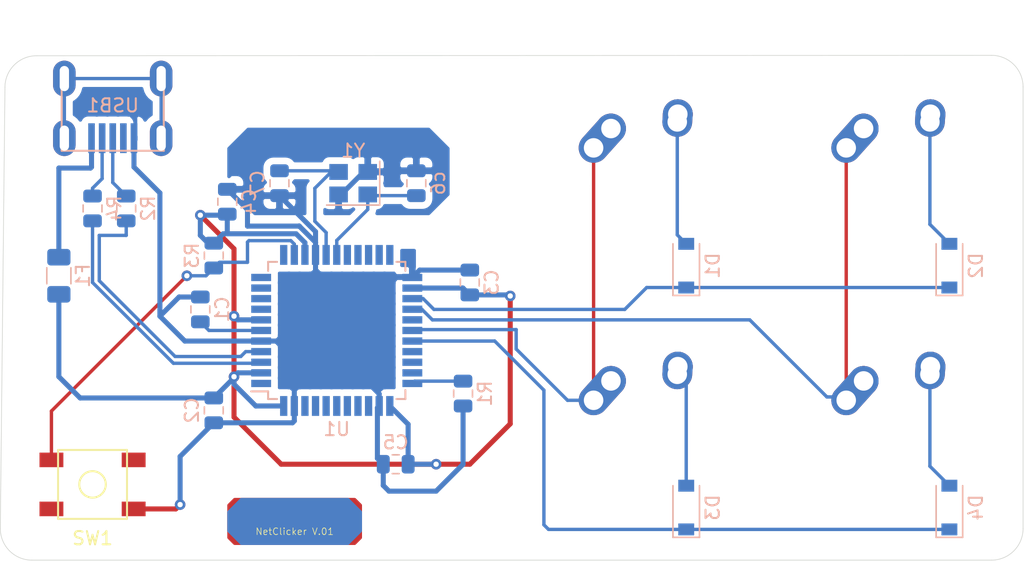
<source format=kicad_pcb>
(kicad_pcb (version 20171130) (host pcbnew "(5.1.6)-1")

  (general
    (thickness 1.6)
    (drawings 10)
    (tracks 190)
    (zones 0)
    (modules 24)
    (nets 45)
  )

  (page A4)
  (layers
    (0 F.Cu signal)
    (31 B.Cu signal)
    (32 B.Adhes user)
    (33 F.Adhes user)
    (34 B.Paste user)
    (35 F.Paste user)
    (36 B.SilkS user)
    (37 F.SilkS user)
    (38 B.Mask user)
    (39 F.Mask user)
    (40 Dwgs.User user)
    (41 Cmts.User user)
    (42 Eco1.User user)
    (43 Eco2.User user)
    (44 Edge.Cuts user)
    (45 Margin user)
    (46 B.CrtYd user)
    (47 F.CrtYd user)
    (48 B.Fab user)
    (49 F.Fab user)
  )

  (setup
    (last_trace_width 0.254)
    (trace_clearance 0.2)
    (zone_clearance 0.508)
    (zone_45_only no)
    (trace_min 0.2)
    (via_size 0.8)
    (via_drill 0.4)
    (via_min_size 0.4)
    (via_min_drill 0.3)
    (uvia_size 0.3)
    (uvia_drill 0.1)
    (uvias_allowed no)
    (uvia_min_size 0.2)
    (uvia_min_drill 0.1)
    (edge_width 0.05)
    (segment_width 0.2)
    (pcb_text_width 0.3)
    (pcb_text_size 1.5 1.5)
    (mod_edge_width 0.12)
    (mod_text_size 1 1)
    (mod_text_width 0.15)
    (pad_size 1.524 1.524)
    (pad_drill 0.762)
    (pad_to_mask_clearance 0.05)
    (aux_axis_origin 0 0)
    (visible_elements FFFFFF7F)
    (pcbplotparams
      (layerselection 0x010fc_ffffffff)
      (usegerberextensions true)
      (usegerberattributes true)
      (usegerberadvancedattributes true)
      (creategerberjobfile false)
      (excludeedgelayer true)
      (linewidth 0.020000)
      (plotframeref false)
      (viasonmask false)
      (mode 1)
      (useauxorigin false)
      (hpglpennumber 1)
      (hpglpenspeed 20)
      (hpglpendiameter 15.000000)
      (psnegative false)
      (psa4output false)
      (plotreference true)
      (plotvalue true)
      (plotinvisibletext false)
      (padsonsilk false)
      (subtractmaskfromsilk true)
      (outputformat 1)
      (mirror false)
      (drillshape 0)
      (scaleselection 1)
      (outputdirectory "Gerbers/"))
  )

  (net 0 "")
  (net 1 GND)
  (net 2 "Net-(C1-Pad1)")
  (net 3 +5V)
  (net 4 "Net-(U1-Pad17)")
  (net 5 "Net-(D1-Pad2)")
  (net 6 ROW0)
  (net 7 "Net-(D2-Pad2)")
  (net 8 "Net-(D3-Pad2)")
  (net 9 ROW1)
  (net 10 "Net-(D4-Pad2)")
  (net 11 VCC)
  (net 12 COL0)
  (net 13 COL1)
  (net 14 "Net-(R1-Pad2)")
  (net 15 D+)
  (net 16 "Net-(R2-Pad1)")
  (net 17 "Net-(R3-Pad2)")
  (net 18 D-)
  (net 19 "Net-(R4-Pad1)")
  (net 20 "Net-(U1-Pad42)")
  (net 21 "Net-(U1-Pad41)")
  (net 22 "Net-(U1-Pad40)")
  (net 23 "Net-(U1-Pad39)")
  (net 24 "Net-(U1-Pad38)")
  (net 25 "Net-(U1-Pad37)")
  (net 26 "Net-(U1-Pad36)")
  (net 27 "Net-(U1-Pad32)")
  (net 28 "Net-(U1-Pad31)")
  (net 29 "Net-(U1-Pad22)")
  (net 30 "Net-(U1-Pad21)")
  (net 31 "Net-(U1-Pad20)")
  (net 32 "Net-(U1-Pad19)")
  (net 33 "Net-(U1-Pad18)")
  (net 34 "Net-(U1-Pad12)")
  (net 35 "Net-(U1-Pad11)")
  (net 36 "Net-(U1-Pad10)")
  (net 37 "Net-(U1-Pad9)")
  (net 38 "Net-(U1-Pad8)")
  (net 39 "Net-(U1-Pad1)")
  (net 40 "Net-(USB1-Pad2)")
  (net 41 "Net-(C7-Pad1)")
  (net 42 "Net-(U1-Pad30)")
  (net 43 "Net-(U1-Pad27)")
  (net 44 "Net-(USB1-Pad6)")

  (net_class Default "This is the default net class."
    (clearance 0.2)
    (trace_width 0.254)
    (via_dia 0.8)
    (via_drill 0.4)
    (uvia_dia 0.3)
    (uvia_drill 0.1)
    (add_net COL0)
    (add_net COL1)
    (add_net D+)
    (add_net D-)
    (add_net "Net-(C1-Pad1)")
    (add_net "Net-(C7-Pad1)")
    (add_net "Net-(D1-Pad2)")
    (add_net "Net-(D2-Pad2)")
    (add_net "Net-(D3-Pad2)")
    (add_net "Net-(D4-Pad2)")
    (add_net "Net-(R1-Pad2)")
    (add_net "Net-(R2-Pad1)")
    (add_net "Net-(R3-Pad2)")
    (add_net "Net-(R4-Pad1)")
    (add_net "Net-(U1-Pad1)")
    (add_net "Net-(U1-Pad10)")
    (add_net "Net-(U1-Pad11)")
    (add_net "Net-(U1-Pad12)")
    (add_net "Net-(U1-Pad17)")
    (add_net "Net-(U1-Pad18)")
    (add_net "Net-(U1-Pad19)")
    (add_net "Net-(U1-Pad20)")
    (add_net "Net-(U1-Pad21)")
    (add_net "Net-(U1-Pad22)")
    (add_net "Net-(U1-Pad27)")
    (add_net "Net-(U1-Pad30)")
    (add_net "Net-(U1-Pad31)")
    (add_net "Net-(U1-Pad32)")
    (add_net "Net-(U1-Pad36)")
    (add_net "Net-(U1-Pad37)")
    (add_net "Net-(U1-Pad38)")
    (add_net "Net-(U1-Pad39)")
    (add_net "Net-(U1-Pad40)")
    (add_net "Net-(U1-Pad41)")
    (add_net "Net-(U1-Pad42)")
    (add_net "Net-(U1-Pad8)")
    (add_net "Net-(U1-Pad9)")
    (add_net "Net-(USB1-Pad2)")
    (add_net "Net-(USB1-Pad6)")
    (add_net ROW0)
    (add_net ROW1)
  )

  (net_class Power ""
    (clearance 0.2)
    (trace_width 0.381)
    (via_dia 0.8)
    (via_drill 0.4)
    (uvia_dia 0.3)
    (uvia_drill 0.1)
    (add_net +5V)
    (add_net GND)
    (add_net VCC)
  )

  (module MX_Alps_Hybrid:MX-1U-NoLED (layer F.Cu) (tedit 5A9F5203) (tstamp 5EF85606)
    (at 112.7125 107.95)
    (path /5EFCADDE)
    (fp_text reference MX2 (at 0 3.175) (layer Dwgs.User)
      (effects (font (size 1 1) (thickness 0.15)))
    )
    (fp_text value MX-NoLED (at 0 -7.9375) (layer Dwgs.User)
      (effects (font (size 1 1) (thickness 0.15)))
    )
    (fp_line (start 5 -7) (end 7 -7) (layer Dwgs.User) (width 0.15))
    (fp_line (start 7 -7) (end 7 -5) (layer Dwgs.User) (width 0.15))
    (fp_line (start 5 7) (end 7 7) (layer Dwgs.User) (width 0.15))
    (fp_line (start 7 7) (end 7 5) (layer Dwgs.User) (width 0.15))
    (fp_line (start -7 5) (end -7 7) (layer Dwgs.User) (width 0.15))
    (fp_line (start -7 7) (end -5 7) (layer Dwgs.User) (width 0.15))
    (fp_line (start -5 -7) (end -7 -7) (layer Dwgs.User) (width 0.15))
    (fp_line (start -7 -7) (end -7 -5) (layer Dwgs.User) (width 0.15))
    (fp_line (start -9.525 -9.525) (end 9.525 -9.525) (layer Dwgs.User) (width 0.15))
    (fp_line (start 9.525 -9.525) (end 9.525 9.525) (layer Dwgs.User) (width 0.15))
    (fp_line (start 9.525 9.525) (end -9.525 9.525) (layer Dwgs.User) (width 0.15))
    (fp_line (start -9.525 9.525) (end -9.525 -9.525) (layer Dwgs.User) (width 0.15))
    (pad "" np_thru_hole circle (at 5.08 0 48.0996) (size 1.75 1.75) (drill 1.75) (layers *.Cu *.Mask))
    (pad "" np_thru_hole circle (at -5.08 0 48.0996) (size 1.75 1.75) (drill 1.75) (layers *.Cu *.Mask))
    (pad 1 thru_hole circle (at -2.5 -4) (size 2.25 2.25) (drill 1.47) (layers *.Cu B.Mask)
      (net 12 COL0))
    (pad "" np_thru_hole circle (at 0 0) (size 3.9878 3.9878) (drill 3.9878) (layers *.Cu *.Mask))
    (pad 1 thru_hole oval (at -3.81 -2.54 48.0996) (size 4.211556 2.25) (drill 1.47 (offset 0.980778 0)) (layers *.Cu B.Mask)
      (net 12 COL0))
    (pad 2 thru_hole circle (at 2.54 -5.08) (size 2.25 2.25) (drill 1.47) (layers *.Cu B.Mask)
      (net 8 "Net-(D3-Pad2)"))
    (pad 2 thru_hole oval (at 2.5 -4.5 86.0548) (size 2.831378 2.25) (drill 1.47 (offset 0.290689 0)) (layers *.Cu B.Mask)
      (net 8 "Net-(D3-Pad2)"))
  )

  (module Crystal:Crystal_SMD_3225-4Pin_3.2x2.5mm (layer B.Cu) (tedit 5A0FD1B2) (tstamp 5EF856F6)
    (at 90.77325 89.027 180)
    (descr "SMD Crystal SERIES SMD3225/4 http://www.txccrystal.com/images/pdf/7m-accuracy.pdf, 3.2x2.5mm^2 package")
    (tags "SMD SMT crystal")
    (path /5EF9C258)
    (attr smd)
    (fp_text reference Y1 (at 0 2.45) (layer B.SilkS)
      (effects (font (size 1 1) (thickness 0.15)) (justify mirror))
    )
    (fp_text value 16Mhz (at 0 -2.45) (layer B.Fab)
      (effects (font (size 1 1) (thickness 0.15)) (justify mirror))
    )
    (fp_text user %R (at 0 0) (layer B.Fab)
      (effects (font (size 0.7 0.7) (thickness 0.105)) (justify mirror))
    )
    (fp_line (start -1.6 1.25) (end -1.6 -1.25) (layer B.Fab) (width 0.1))
    (fp_line (start -1.6 -1.25) (end 1.6 -1.25) (layer B.Fab) (width 0.1))
    (fp_line (start 1.6 -1.25) (end 1.6 1.25) (layer B.Fab) (width 0.1))
    (fp_line (start 1.6 1.25) (end -1.6 1.25) (layer B.Fab) (width 0.1))
    (fp_line (start -1.6 -0.25) (end -0.6 -1.25) (layer B.Fab) (width 0.1))
    (fp_line (start -2 1.65) (end -2 -1.65) (layer B.SilkS) (width 0.12))
    (fp_line (start -2 -1.65) (end 2 -1.65) (layer B.SilkS) (width 0.12))
    (fp_line (start -2.1 1.7) (end -2.1 -1.7) (layer B.CrtYd) (width 0.05))
    (fp_line (start -2.1 -1.7) (end 2.1 -1.7) (layer B.CrtYd) (width 0.05))
    (fp_line (start 2.1 -1.7) (end 2.1 1.7) (layer B.CrtYd) (width 0.05))
    (fp_line (start 2.1 1.7) (end -2.1 1.7) (layer B.CrtYd) (width 0.05))
    (pad 4 smd rect (at -1.1 0.85 180) (size 1.4 1.2) (layers B.Cu B.Paste B.Mask)
      (net 1 GND))
    (pad 3 smd rect (at 1.1 0.85 180) (size 1.4 1.2) (layers B.Cu B.Paste B.Mask)
      (net 41 "Net-(C7-Pad1)"))
    (pad 2 smd rect (at 1.1 -0.85 180) (size 1.4 1.2) (layers B.Cu B.Paste B.Mask)
      (net 1 GND))
    (pad 1 smd rect (at -1.1 -0.85 180) (size 1.4 1.2) (layers B.Cu B.Paste B.Mask)
      (net 4 "Net-(U1-Pad17)"))
    (model ${KISYS3DMOD}/Crystal.3dshapes/Crystal_SMD_3225-4Pin_3.2x2.5mm.wrl
      (at (xyz 0 0 0))
      (scale (xyz 1 1 1))
      (rotate (xyz 0 0 0))
    )
  )

  (module random-keyboard-parts:Molex-0548190589 (layer B.Cu) (tedit 5C494815) (tstamp 5EF856E2)
    (at 72.644 81.1276 270)
    (path /5EFB8536)
    (attr smd)
    (fp_text reference USB1 (at 2.032 0) (layer B.SilkS)
      (effects (font (size 1 1) (thickness 0.15)) (justify mirror))
    )
    (fp_text value Molex-0548190589 (at -5.08 0) (layer Dwgs.User)
      (effects (font (size 1 1) (thickness 0.15)))
    )
    (fp_text user %R (at 2 0) (layer B.CrtYd)
      (effects (font (size 1 1) (thickness 0.15)) (justify mirror))
    )
    (fp_line (start -3.75 3.85) (end -3.75 -3.85) (layer Dwgs.User) (width 0.15))
    (fp_line (start -1.75 4.572) (end -1.75 -4.572) (layer Dwgs.User) (width 0.15))
    (fp_line (start -3.75 -3.85) (end 0 -3.85) (layer Dwgs.User) (width 0.15))
    (fp_line (start -3.75 3.85) (end 0 3.85) (layer Dwgs.User) (width 0.15))
    (fp_line (start 5.45 3.85) (end 5.45 -3.85) (layer B.SilkS) (width 0.15))
    (fp_line (start 0 -3.85) (end 5.45 -3.85) (layer B.SilkS) (width 0.15))
    (fp_line (start 0 3.85) (end 5.45 3.85) (layer B.SilkS) (width 0.15))
    (fp_line (start -3.75 3.75) (end 5.5 3.75) (layer B.CrtYd) (width 0.15))
    (fp_line (start 5.5 3.75) (end 5.5 -3.75) (layer B.CrtYd) (width 0.15))
    (fp_line (start 5.5 -3.75) (end -3.75 -3.75) (layer B.CrtYd) (width 0.15))
    (fp_line (start -3.75 -3.75) (end -3.75 3.75) (layer B.CrtYd) (width 0.15))
    (fp_line (start 5.5 2) (end 3.25 2) (layer B.CrtYd) (width 0.15))
    (fp_line (start 3.25 2) (end 3.25 -2) (layer B.CrtYd) (width 0.15))
    (fp_line (start 3.25 -2) (end 5.5 -2) (layer B.CrtYd) (width 0.15))
    (fp_line (start 5.5 -1.25) (end 3.25 -1.25) (layer B.CrtYd) (width 0.15))
    (fp_line (start 3.25 -0.5) (end 5.5 -0.5) (layer B.CrtYd) (width 0.15))
    (fp_line (start 5.5 0.5) (end 3.25 0.5) (layer B.CrtYd) (width 0.15))
    (fp_line (start 3.25 1.25) (end 5.5 1.25) (layer B.CrtYd) (width 0.15))
    (pad 6 thru_hole oval (at 0 3.65 270) (size 2.7 1.7) (drill oval 1.9 0.7) (layers *.Cu *.Mask)
      (net 44 "Net-(USB1-Pad6)"))
    (pad 6 thru_hole oval (at 0 -3.65 270) (size 2.7 1.7) (drill oval 1.9 0.7) (layers *.Cu *.Mask)
      (net 44 "Net-(USB1-Pad6)"))
    (pad 6 thru_hole oval (at 4.5 -3.65 270) (size 2.7 1.7) (drill oval 1.9 0.7) (layers *.Cu *.Mask)
      (net 44 "Net-(USB1-Pad6)"))
    (pad 6 thru_hole oval (at 4.5 3.65 270) (size 2.7 1.7) (drill oval 1.9 0.7) (layers *.Cu *.Mask)
      (net 44 "Net-(USB1-Pad6)"))
    (pad 5 smd rect (at 4.5 1.6 270) (size 2.25 0.5) (layers B.Cu B.Paste B.Mask)
      (net 11 VCC))
    (pad 4 smd rect (at 4.5 0.8 270) (size 2.25 0.5) (layers B.Cu B.Paste B.Mask)
      (net 18 D-))
    (pad 3 smd rect (at 4.5 0 270) (size 2.25 0.5) (layers B.Cu B.Paste B.Mask)
      (net 15 D+))
    (pad 2 smd rect (at 4.5 -0.8 270) (size 2.25 0.5) (layers B.Cu B.Paste B.Mask)
      (net 40 "Net-(USB1-Pad2)"))
    (pad 1 smd rect (at 4.5 -1.6 270) (size 2.25 0.5) (layers B.Cu B.Paste B.Mask)
      (net 1 GND))
  )

  (module Package_QFP:TQFP-44_10x10mm_P0.8mm (layer B.Cu) (tedit 5A02F146) (tstamp 5EF89EE6)
    (at 89.535 100.1395)
    (descr "44-Lead Plastic Thin Quad Flatpack (PT) - 10x10x1.0 mm Body [TQFP] (see Microchip Packaging Specification 00000049BS.pdf)")
    (tags "QFP 0.8")
    (path /5EF7BB6E)
    (attr smd)
    (fp_text reference U1 (at 0 7.45) (layer B.SilkS)
      (effects (font (size 1 1) (thickness 0.15)) (justify mirror))
    )
    (fp_text value ATmega32U4-AU (at 0 -7.45) (layer B.Fab)
      (effects (font (size 1 1) (thickness 0.15)) (justify mirror))
    )
    (fp_text user %R (at 0 0) (layer B.Fab)
      (effects (font (size 1 1) (thickness 0.15)) (justify mirror))
    )
    (fp_line (start -4 5) (end 5 5) (layer B.Fab) (width 0.15))
    (fp_line (start 5 5) (end 5 -5) (layer B.Fab) (width 0.15))
    (fp_line (start 5 -5) (end -5 -5) (layer B.Fab) (width 0.15))
    (fp_line (start -5 -5) (end -5 4) (layer B.Fab) (width 0.15))
    (fp_line (start -5 4) (end -4 5) (layer B.Fab) (width 0.15))
    (fp_line (start -6.7 6.7) (end -6.7 -6.7) (layer B.CrtYd) (width 0.05))
    (fp_line (start 6.7 6.7) (end 6.7 -6.7) (layer B.CrtYd) (width 0.05))
    (fp_line (start -6.7 6.7) (end 6.7 6.7) (layer B.CrtYd) (width 0.05))
    (fp_line (start -6.7 -6.7) (end 6.7 -6.7) (layer B.CrtYd) (width 0.05))
    (fp_line (start -5.175 5.175) (end -5.175 4.6) (layer B.SilkS) (width 0.15))
    (fp_line (start 5.175 5.175) (end 5.175 4.5) (layer B.SilkS) (width 0.15))
    (fp_line (start 5.175 -5.175) (end 5.175 -4.5) (layer B.SilkS) (width 0.15))
    (fp_line (start -5.175 -5.175) (end -5.175 -4.5) (layer B.SilkS) (width 0.15))
    (fp_line (start -5.175 5.175) (end -4.5 5.175) (layer B.SilkS) (width 0.15))
    (fp_line (start -5.175 -5.175) (end -4.5 -5.175) (layer B.SilkS) (width 0.15))
    (fp_line (start 5.175 -5.175) (end 4.5 -5.175) (layer B.SilkS) (width 0.15))
    (fp_line (start 5.175 5.175) (end 4.5 5.175) (layer B.SilkS) (width 0.15))
    (fp_line (start -5.175 4.6) (end -6.45 4.6) (layer B.SilkS) (width 0.15))
    (pad 44 smd rect (at -4 5.7 270) (size 1.5 0.55) (layers B.Cu B.Paste B.Mask)
      (net 3 +5V))
    (pad 43 smd rect (at -3.2 5.7 270) (size 1.5 0.55) (layers B.Cu B.Paste B.Mask)
      (net 1 GND))
    (pad 42 smd rect (at -2.4 5.7 270) (size 1.5 0.55) (layers B.Cu B.Paste B.Mask)
      (net 20 "Net-(U1-Pad42)"))
    (pad 41 smd rect (at -1.6 5.7 270) (size 1.5 0.55) (layers B.Cu B.Paste B.Mask)
      (net 21 "Net-(U1-Pad41)"))
    (pad 40 smd rect (at -0.8 5.7 270) (size 1.5 0.55) (layers B.Cu B.Paste B.Mask)
      (net 22 "Net-(U1-Pad40)"))
    (pad 39 smd rect (at 0 5.7 270) (size 1.5 0.55) (layers B.Cu B.Paste B.Mask)
      (net 23 "Net-(U1-Pad39)"))
    (pad 38 smd rect (at 0.8 5.7 270) (size 1.5 0.55) (layers B.Cu B.Paste B.Mask)
      (net 24 "Net-(U1-Pad38)"))
    (pad 37 smd rect (at 1.6 5.7 270) (size 1.5 0.55) (layers B.Cu B.Paste B.Mask)
      (net 25 "Net-(U1-Pad37)"))
    (pad 36 smd rect (at 2.4 5.7 270) (size 1.5 0.55) (layers B.Cu B.Paste B.Mask)
      (net 26 "Net-(U1-Pad36)"))
    (pad 35 smd rect (at 3.2 5.7 270) (size 1.5 0.55) (layers B.Cu B.Paste B.Mask)
      (net 1 GND))
    (pad 34 smd rect (at 4 5.7 270) (size 1.5 0.55) (layers B.Cu B.Paste B.Mask)
      (net 3 +5V))
    (pad 33 smd rect (at 5.7 4) (size 1.5 0.55) (layers B.Cu B.Paste B.Mask)
      (net 14 "Net-(R1-Pad2)"))
    (pad 32 smd rect (at 5.7 3.2) (size 1.5 0.55) (layers B.Cu B.Paste B.Mask)
      (net 27 "Net-(U1-Pad32)"))
    (pad 31 smd rect (at 5.7 2.4) (size 1.5 0.55) (layers B.Cu B.Paste B.Mask)
      (net 28 "Net-(U1-Pad31)"))
    (pad 30 smd rect (at 5.7 1.6) (size 1.5 0.55) (layers B.Cu B.Paste B.Mask)
      (net 42 "Net-(U1-Pad30)"))
    (pad 29 smd rect (at 5.7 0.8) (size 1.5 0.55) (layers B.Cu B.Paste B.Mask)
      (net 9 ROW1))
    (pad 28 smd rect (at 5.7 0) (size 1.5 0.55) (layers B.Cu B.Paste B.Mask)
      (net 12 COL0))
    (pad 27 smd rect (at 5.7 -0.8) (size 1.5 0.55) (layers B.Cu B.Paste B.Mask)
      (net 43 "Net-(U1-Pad27)"))
    (pad 26 smd rect (at 5.7 -1.6) (size 1.5 0.55) (layers B.Cu B.Paste B.Mask)
      (net 13 COL1))
    (pad 25 smd rect (at 5.7 -2.4) (size 1.5 0.55) (layers B.Cu B.Paste B.Mask)
      (net 6 ROW0))
    (pad 24 smd rect (at 5.7 -3.2) (size 1.5 0.55) (layers B.Cu B.Paste B.Mask)
      (net 3 +5V))
    (pad 23 smd rect (at 5.7 -4) (size 1.5 0.55) (layers B.Cu B.Paste B.Mask)
      (net 1 GND))
    (pad 22 smd rect (at 4 -5.7 270) (size 1.5 0.55) (layers B.Cu B.Paste B.Mask)
      (net 29 "Net-(U1-Pad22)"))
    (pad 21 smd rect (at 3.2 -5.7 270) (size 1.5 0.55) (layers B.Cu B.Paste B.Mask)
      (net 30 "Net-(U1-Pad21)"))
    (pad 20 smd rect (at 2.4 -5.7 270) (size 1.5 0.55) (layers B.Cu B.Paste B.Mask)
      (net 31 "Net-(U1-Pad20)"))
    (pad 19 smd rect (at 1.6 -5.7 270) (size 1.5 0.55) (layers B.Cu B.Paste B.Mask)
      (net 32 "Net-(U1-Pad19)"))
    (pad 18 smd rect (at 0.8 -5.7 270) (size 1.5 0.55) (layers B.Cu B.Paste B.Mask)
      (net 33 "Net-(U1-Pad18)"))
    (pad 17 smd rect (at 0 -5.7 270) (size 1.5 0.55) (layers B.Cu B.Paste B.Mask)
      (net 4 "Net-(U1-Pad17)"))
    (pad 16 smd rect (at -0.8 -5.7 270) (size 1.5 0.55) (layers B.Cu B.Paste B.Mask)
      (net 41 "Net-(C7-Pad1)"))
    (pad 15 smd rect (at -1.6 -5.7 270) (size 1.5 0.55) (layers B.Cu B.Paste B.Mask)
      (net 1 GND))
    (pad 14 smd rect (at -2.4 -5.7 270) (size 1.5 0.55) (layers B.Cu B.Paste B.Mask)
      (net 3 +5V))
    (pad 13 smd rect (at -3.2 -5.7 270) (size 1.5 0.55) (layers B.Cu B.Paste B.Mask)
      (net 17 "Net-(R3-Pad2)"))
    (pad 12 smd rect (at -4 -5.7 270) (size 1.5 0.55) (layers B.Cu B.Paste B.Mask)
      (net 34 "Net-(U1-Pad12)"))
    (pad 11 smd rect (at -5.7 -4) (size 1.5 0.55) (layers B.Cu B.Paste B.Mask)
      (net 35 "Net-(U1-Pad11)"))
    (pad 10 smd rect (at -5.7 -3.2) (size 1.5 0.55) (layers B.Cu B.Paste B.Mask)
      (net 36 "Net-(U1-Pad10)"))
    (pad 9 smd rect (at -5.7 -2.4) (size 1.5 0.55) (layers B.Cu B.Paste B.Mask)
      (net 37 "Net-(U1-Pad9)"))
    (pad 8 smd rect (at -5.7 -1.6) (size 1.5 0.55) (layers B.Cu B.Paste B.Mask)
      (net 38 "Net-(U1-Pad8)"))
    (pad 7 smd rect (at -5.7 -0.8) (size 1.5 0.55) (layers B.Cu B.Paste B.Mask)
      (net 3 +5V))
    (pad 6 smd rect (at -5.7 0) (size 1.5 0.55) (layers B.Cu B.Paste B.Mask)
      (net 2 "Net-(C1-Pad1)"))
    (pad 5 smd rect (at -5.7 0.8) (size 1.5 0.55) (layers B.Cu B.Paste B.Mask)
      (net 1 GND))
    (pad 4 smd rect (at -5.7 1.6) (size 1.5 0.55) (layers B.Cu B.Paste B.Mask)
      (net 16 "Net-(R2-Pad1)"))
    (pad 3 smd rect (at -5.7 2.4) (size 1.5 0.55) (layers B.Cu B.Paste B.Mask)
      (net 19 "Net-(R4-Pad1)"))
    (pad 2 smd rect (at -5.7 3.2) (size 1.5 0.55) (layers B.Cu B.Paste B.Mask)
      (net 3 +5V))
    (pad 1 smd rect (at -5.7 4) (size 1.5 0.55) (layers B.Cu B.Paste B.Mask)
      (net 39 "Net-(U1-Pad1)"))
    (model ${KISYS3DMOD}/Package_QFP.3dshapes/TQFP-44_10x10mm_P0.8mm.wrl
      (at (xyz 0 0 0))
      (scale (xyz 1 1 1))
      (rotate (xyz 0 0 0))
    )
  )

  (module random-keyboard-parts:SKQG-1155865 (layer F.Cu) (tedit 5E62B398) (tstamp 5EF8567F)
    (at 71.12 111.76)
    (path /5EFB09B5)
    (attr smd)
    (fp_text reference SW1 (at 0 4.064) (layer F.SilkS)
      (effects (font (size 1 1) (thickness 0.15)))
    )
    (fp_text value SW_Push (at 0 -4.064) (layer F.Fab)
      (effects (font (size 1 1) (thickness 0.15)))
    )
    (fp_line (start -2.6 1.1) (end -1.1 2.6) (layer F.Fab) (width 0.15))
    (fp_line (start 2.6 1.1) (end 1.1 2.6) (layer F.Fab) (width 0.15))
    (fp_line (start 2.6 -1.1) (end 1.1 -2.6) (layer F.Fab) (width 0.15))
    (fp_line (start -2.6 -1.1) (end -1.1 -2.6) (layer F.Fab) (width 0.15))
    (fp_circle (center 0 0) (end 1 0) (layer F.Fab) (width 0.15))
    (fp_line (start -4.2 -1.1) (end -4.2 -2.6) (layer F.Fab) (width 0.15))
    (fp_line (start -2.6 -1.1) (end -4.2 -1.1) (layer F.Fab) (width 0.15))
    (fp_line (start -2.6 1.1) (end -2.6 -1.1) (layer F.Fab) (width 0.15))
    (fp_line (start -4.2 1.1) (end -2.6 1.1) (layer F.Fab) (width 0.15))
    (fp_line (start -4.2 2.6) (end -4.2 1.1) (layer F.Fab) (width 0.15))
    (fp_line (start 4.2 2.6) (end -4.2 2.6) (layer F.Fab) (width 0.15))
    (fp_line (start 4.2 1.1) (end 4.2 2.6) (layer F.Fab) (width 0.15))
    (fp_line (start 2.6 1.1) (end 4.2 1.1) (layer F.Fab) (width 0.15))
    (fp_line (start 2.6 -1.1) (end 2.6 1.1) (layer F.Fab) (width 0.15))
    (fp_line (start 4.2 -1.1) (end 2.6 -1.1) (layer F.Fab) (width 0.15))
    (fp_line (start 4.2 -2.6) (end 4.2 -1.2) (layer F.Fab) (width 0.15))
    (fp_line (start -4.2 -2.6) (end 4.2 -2.6) (layer F.Fab) (width 0.15))
    (fp_circle (center 0 0) (end 1 0) (layer F.SilkS) (width 0.15))
    (fp_line (start -2.6 2.6) (end -2.6 -2.6) (layer F.SilkS) (width 0.15))
    (fp_line (start 2.6 2.6) (end -2.6 2.6) (layer F.SilkS) (width 0.15))
    (fp_line (start 2.6 -2.6) (end 2.6 2.6) (layer F.SilkS) (width 0.15))
    (fp_line (start -2.6 -2.6) (end 2.6 -2.6) (layer F.SilkS) (width 0.15))
    (pad 4 smd rect (at -3.1 1.85) (size 1.8 1.1) (layers F.Cu F.Paste F.Mask))
    (pad 3 smd rect (at 3.1 -1.85) (size 1.8 1.1) (layers F.Cu F.Paste F.Mask))
    (pad 2 smd rect (at -3.1 -1.85) (size 1.8 1.1) (layers F.Cu F.Paste F.Mask)
      (net 17 "Net-(R3-Pad2)"))
    (pad 1 smd rect (at 3.1 1.85) (size 1.8 1.1) (layers F.Cu F.Paste F.Mask)
      (net 1 GND))
    (model ${KISYS3DMOD}/Button_Switch_SMD.3dshapes/SW_SPST_TL3342.step
      (at (xyz 0 0 0))
      (scale (xyz 1 1 1))
      (rotate (xyz 0 0 0))
    )
  )

  (module Resistor_SMD:R_0805_2012Metric (layer B.Cu) (tedit 5B36C52B) (tstamp 5EF85661)
    (at 71.12 90.932 90)
    (descr "Resistor SMD 0805 (2012 Metric), square (rectangular) end terminal, IPC_7351 nominal, (Body size source: https://docs.google.com/spreadsheets/d/1BsfQQcO9C6DZCsRaXUlFlo91Tg2WpOkGARC1WS5S8t0/edit?usp=sharing), generated with kicad-footprint-generator")
    (tags resistor)
    (path /5EF89FCB)
    (attr smd)
    (fp_text reference R4 (at 0 1.65 90) (layer B.SilkS)
      (effects (font (size 1 1) (thickness 0.15)) (justify mirror))
    )
    (fp_text value 22k (at 0 -1.65 90) (layer B.Fab)
      (effects (font (size 1 1) (thickness 0.15)) (justify mirror))
    )
    (fp_text user %R (at 0 0 90) (layer B.Fab)
      (effects (font (size 0.5 0.5) (thickness 0.08)) (justify mirror))
    )
    (fp_line (start -1 -0.6) (end -1 0.6) (layer B.Fab) (width 0.1))
    (fp_line (start -1 0.6) (end 1 0.6) (layer B.Fab) (width 0.1))
    (fp_line (start 1 0.6) (end 1 -0.6) (layer B.Fab) (width 0.1))
    (fp_line (start 1 -0.6) (end -1 -0.6) (layer B.Fab) (width 0.1))
    (fp_line (start -0.258578 0.71) (end 0.258578 0.71) (layer B.SilkS) (width 0.12))
    (fp_line (start -0.258578 -0.71) (end 0.258578 -0.71) (layer B.SilkS) (width 0.12))
    (fp_line (start -1.68 -0.95) (end -1.68 0.95) (layer B.CrtYd) (width 0.05))
    (fp_line (start -1.68 0.95) (end 1.68 0.95) (layer B.CrtYd) (width 0.05))
    (fp_line (start 1.68 0.95) (end 1.68 -0.95) (layer B.CrtYd) (width 0.05))
    (fp_line (start 1.68 -0.95) (end -1.68 -0.95) (layer B.CrtYd) (width 0.05))
    (pad 2 smd roundrect (at 0.9375 0 90) (size 0.975 1.4) (layers B.Cu B.Paste B.Mask) (roundrect_rratio 0.25)
      (net 18 D-))
    (pad 1 smd roundrect (at -0.9375 0 90) (size 0.975 1.4) (layers B.Cu B.Paste B.Mask) (roundrect_rratio 0.25)
      (net 19 "Net-(R4-Pad1)"))
    (model ${KISYS3DMOD}/Resistor_SMD.3dshapes/R_0805_2012Metric.wrl
      (at (xyz 0 0 0))
      (scale (xyz 1 1 1))
      (rotate (xyz 0 0 0))
    )
  )

  (module Resistor_SMD:R_0805_2012Metric (layer B.Cu) (tedit 5B36C52B) (tstamp 5EF85650)
    (at 80.264 94.488 270)
    (descr "Resistor SMD 0805 (2012 Metric), square (rectangular) end terminal, IPC_7351 nominal, (Body size source: https://docs.google.com/spreadsheets/d/1BsfQQcO9C6DZCsRaXUlFlo91Tg2WpOkGARC1WS5S8t0/edit?usp=sharing), generated with kicad-footprint-generator")
    (tags resistor)
    (path /5EFB3AD2)
    (attr smd)
    (fp_text reference R3 (at 0 1.65 90) (layer B.SilkS)
      (effects (font (size 1 1) (thickness 0.15)) (justify mirror))
    )
    (fp_text value 10k (at 0 -1.65 90) (layer B.Fab)
      (effects (font (size 1 1) (thickness 0.15)) (justify mirror))
    )
    (fp_text user %R (at 0.09525 0 90) (layer B.Fab)
      (effects (font (size 0.5 0.5) (thickness 0.08)) (justify mirror))
    )
    (fp_line (start -1 -0.6) (end -1 0.6) (layer B.Fab) (width 0.1))
    (fp_line (start -1 0.6) (end 1 0.6) (layer B.Fab) (width 0.1))
    (fp_line (start 1 0.6) (end 1 -0.6) (layer B.Fab) (width 0.1))
    (fp_line (start 1 -0.6) (end -1 -0.6) (layer B.Fab) (width 0.1))
    (fp_line (start -0.258578 0.71) (end 0.258578 0.71) (layer B.SilkS) (width 0.12))
    (fp_line (start -0.258578 -0.71) (end 0.258578 -0.71) (layer B.SilkS) (width 0.12))
    (fp_line (start -1.68 -0.95) (end -1.68 0.95) (layer B.CrtYd) (width 0.05))
    (fp_line (start -1.68 0.95) (end 1.68 0.95) (layer B.CrtYd) (width 0.05))
    (fp_line (start 1.68 0.95) (end 1.68 -0.95) (layer B.CrtYd) (width 0.05))
    (fp_line (start 1.68 -0.95) (end -1.68 -0.95) (layer B.CrtYd) (width 0.05))
    (pad 2 smd roundrect (at 0.9375 0 270) (size 0.975 1.4) (layers B.Cu B.Paste B.Mask) (roundrect_rratio 0.25)
      (net 17 "Net-(R3-Pad2)"))
    (pad 1 smd roundrect (at -0.9375 0 270) (size 0.975 1.4) (layers B.Cu B.Paste B.Mask) (roundrect_rratio 0.25)
      (net 3 +5V))
    (model ${KISYS3DMOD}/Resistor_SMD.3dshapes/R_0805_2012Metric.wrl
      (at (xyz 0 0 0))
      (scale (xyz 1 1 1))
      (rotate (xyz 0 0 0))
    )
  )

  (module Resistor_SMD:R_0805_2012Metric (layer B.Cu) (tedit 5B36C52B) (tstamp 5EF8563F)
    (at 73.66 90.932 90)
    (descr "Resistor SMD 0805 (2012 Metric), square (rectangular) end terminal, IPC_7351 nominal, (Body size source: https://docs.google.com/spreadsheets/d/1BsfQQcO9C6DZCsRaXUlFlo91Tg2WpOkGARC1WS5S8t0/edit?usp=sharing), generated with kicad-footprint-generator")
    (tags resistor)
    (path /5EF888D7)
    (attr smd)
    (fp_text reference R2 (at 0 1.65 270) (layer B.SilkS)
      (effects (font (size 1 1) (thickness 0.15)) (justify mirror))
    )
    (fp_text value 22k (at 0 -1.65 270) (layer B.Fab)
      (effects (font (size 1 1) (thickness 0.15)) (justify mirror))
    )
    (fp_text user %R (at 0 0 270) (layer B.Fab)
      (effects (font (size 0.5 0.5) (thickness 0.08)) (justify mirror))
    )
    (fp_line (start -1 -0.6) (end -1 0.6) (layer B.Fab) (width 0.1))
    (fp_line (start -1 0.6) (end 1 0.6) (layer B.Fab) (width 0.1))
    (fp_line (start 1 0.6) (end 1 -0.6) (layer B.Fab) (width 0.1))
    (fp_line (start 1 -0.6) (end -1 -0.6) (layer B.Fab) (width 0.1))
    (fp_line (start -0.258578 0.71) (end 0.258578 0.71) (layer B.SilkS) (width 0.12))
    (fp_line (start -0.258578 -0.71) (end 0.258578 -0.71) (layer B.SilkS) (width 0.12))
    (fp_line (start -1.68 -0.95) (end -1.68 0.95) (layer B.CrtYd) (width 0.05))
    (fp_line (start -1.68 0.95) (end 1.68 0.95) (layer B.CrtYd) (width 0.05))
    (fp_line (start 1.68 0.95) (end 1.68 -0.95) (layer B.CrtYd) (width 0.05))
    (fp_line (start 1.68 -0.95) (end -1.68 -0.95) (layer B.CrtYd) (width 0.05))
    (pad 2 smd roundrect (at 0.9375 0 90) (size 0.975 1.4) (layers B.Cu B.Paste B.Mask) (roundrect_rratio 0.25)
      (net 15 D+))
    (pad 1 smd roundrect (at -0.9375 0 90) (size 0.975 1.4) (layers B.Cu B.Paste B.Mask) (roundrect_rratio 0.25)
      (net 16 "Net-(R2-Pad1)"))
    (model ${KISYS3DMOD}/Resistor_SMD.3dshapes/R_0805_2012Metric.wrl
      (at (xyz 0 0 0))
      (scale (xyz 1 1 1))
      (rotate (xyz 0 0 0))
    )
  )

  (module Resistor_SMD:R_0805_2012Metric (layer B.Cu) (tedit 5B36C52B) (tstamp 5EF8562E)
    (at 99.06 104.902 90)
    (descr "Resistor SMD 0805 (2012 Metric), square (rectangular) end terminal, IPC_7351 nominal, (Body size source: https://docs.google.com/spreadsheets/d/1BsfQQcO9C6DZCsRaXUlFlo91Tg2WpOkGARC1WS5S8t0/edit?usp=sharing), generated with kicad-footprint-generator")
    (tags resistor)
    (path /5EF8469C)
    (attr smd)
    (fp_text reference R1 (at 0 1.65 90) (layer B.SilkS)
      (effects (font (size 1 1) (thickness 0.15)) (justify mirror))
    )
    (fp_text value 10k (at 0 -1.65 90) (layer B.Fab)
      (effects (font (size 1 1) (thickness 0.15)) (justify mirror))
    )
    (fp_text user %R (at 0 0 90) (layer B.Fab)
      (effects (font (size 0.5 0.5) (thickness 0.08)) (justify mirror))
    )
    (fp_line (start -1 -0.6) (end -1 0.6) (layer B.Fab) (width 0.1))
    (fp_line (start -1 0.6) (end 1 0.6) (layer B.Fab) (width 0.1))
    (fp_line (start 1 0.6) (end 1 -0.6) (layer B.Fab) (width 0.1))
    (fp_line (start 1 -0.6) (end -1 -0.6) (layer B.Fab) (width 0.1))
    (fp_line (start -0.258578 0.71) (end 0.258578 0.71) (layer B.SilkS) (width 0.12))
    (fp_line (start -0.258578 -0.71) (end 0.258578 -0.71) (layer B.SilkS) (width 0.12))
    (fp_line (start -1.68 -0.95) (end -1.68 0.95) (layer B.CrtYd) (width 0.05))
    (fp_line (start -1.68 0.95) (end 1.68 0.95) (layer B.CrtYd) (width 0.05))
    (fp_line (start 1.68 0.95) (end 1.68 -0.95) (layer B.CrtYd) (width 0.05))
    (fp_line (start 1.68 -0.95) (end -1.68 -0.95) (layer B.CrtYd) (width 0.05))
    (pad 2 smd roundrect (at 0.9375 0 90) (size 0.975 1.4) (layers B.Cu B.Paste B.Mask) (roundrect_rratio 0.25)
      (net 14 "Net-(R1-Pad2)"))
    (pad 1 smd roundrect (at -0.9375 0 90) (size 0.975 1.4) (layers B.Cu B.Paste B.Mask) (roundrect_rratio 0.25)
      (net 1 GND))
    (model ${KISYS3DMOD}/Resistor_SMD.3dshapes/R_0805_2012Metric.wrl
      (at (xyz 0 0 0))
      (scale (xyz 1 1 1))
      (rotate (xyz 0 0 0))
    )
  )

  (module MX_Alps_Hybrid:MX-1U-NoLED (layer F.Cu) (tedit 5A9F5203) (tstamp 5EF8561D)
    (at 131.7625 107.95)
    (path /5EFCA473)
    (fp_text reference MX3 (at 0 3.175) (layer Dwgs.User)
      (effects (font (size 1 1) (thickness 0.15)))
    )
    (fp_text value MX-NoLED (at 0 -7.9375) (layer Dwgs.User)
      (effects (font (size 1 1) (thickness 0.15)))
    )
    (fp_line (start 5 -7) (end 7 -7) (layer Dwgs.User) (width 0.15))
    (fp_line (start 7 -7) (end 7 -5) (layer Dwgs.User) (width 0.15))
    (fp_line (start 5 7) (end 7 7) (layer Dwgs.User) (width 0.15))
    (fp_line (start 7 7) (end 7 5) (layer Dwgs.User) (width 0.15))
    (fp_line (start -7 5) (end -7 7) (layer Dwgs.User) (width 0.15))
    (fp_line (start -7 7) (end -5 7) (layer Dwgs.User) (width 0.15))
    (fp_line (start -5 -7) (end -7 -7) (layer Dwgs.User) (width 0.15))
    (fp_line (start -7 -7) (end -7 -5) (layer Dwgs.User) (width 0.15))
    (fp_line (start -9.525 -9.525) (end 9.525 -9.525) (layer Dwgs.User) (width 0.15))
    (fp_line (start 9.525 -9.525) (end 9.525 9.525) (layer Dwgs.User) (width 0.15))
    (fp_line (start 9.525 9.525) (end -9.525 9.525) (layer Dwgs.User) (width 0.15))
    (fp_line (start -9.525 9.525) (end -9.525 -9.525) (layer Dwgs.User) (width 0.15))
    (pad "" np_thru_hole circle (at 5.08 0 48.0996) (size 1.75 1.75) (drill 1.75) (layers *.Cu *.Mask))
    (pad "" np_thru_hole circle (at -5.08 0 48.0996) (size 1.75 1.75) (drill 1.75) (layers *.Cu *.Mask))
    (pad 1 thru_hole circle (at -2.5 -4) (size 2.25 2.25) (drill 1.47) (layers *.Cu B.Mask)
      (net 13 COL1))
    (pad "" np_thru_hole circle (at 0 0) (size 3.9878 3.9878) (drill 3.9878) (layers *.Cu *.Mask))
    (pad 1 thru_hole oval (at -3.81 -2.54 48.0996) (size 4.211556 2.25) (drill 1.47 (offset 0.980778 0)) (layers *.Cu B.Mask)
      (net 13 COL1))
    (pad 2 thru_hole circle (at 2.54 -5.08) (size 2.25 2.25) (drill 1.47) (layers *.Cu B.Mask)
      (net 10 "Net-(D4-Pad2)"))
    (pad 2 thru_hole oval (at 2.5 -4.5 86.0548) (size 2.831378 2.25) (drill 1.47 (offset 0.290689 0)) (layers *.Cu B.Mask)
      (net 10 "Net-(D4-Pad2)"))
  )

  (module MX_Alps_Hybrid:MX-1U-NoLED (layer F.Cu) (tedit 5A9F5203) (tstamp 5EF855EF)
    (at 131.7625 88.9)
    (path /5EFC9D6F)
    (fp_text reference MX1 (at 0 3.175) (layer Dwgs.User)
      (effects (font (size 1 1) (thickness 0.15)))
    )
    (fp_text value MX-NoLED (at 0 -7.9375) (layer Dwgs.User)
      (effects (font (size 1 1) (thickness 0.15)))
    )
    (fp_line (start 5 -7) (end 7 -7) (layer Dwgs.User) (width 0.15))
    (fp_line (start 7 -7) (end 7 -5) (layer Dwgs.User) (width 0.15))
    (fp_line (start 5 7) (end 7 7) (layer Dwgs.User) (width 0.15))
    (fp_line (start 7 7) (end 7 5) (layer Dwgs.User) (width 0.15))
    (fp_line (start -7 5) (end -7 7) (layer Dwgs.User) (width 0.15))
    (fp_line (start -7 7) (end -5 7) (layer Dwgs.User) (width 0.15))
    (fp_line (start -5 -7) (end -7 -7) (layer Dwgs.User) (width 0.15))
    (fp_line (start -7 -7) (end -7 -5) (layer Dwgs.User) (width 0.15))
    (fp_line (start -9.525 -9.525) (end 9.525 -9.525) (layer Dwgs.User) (width 0.15))
    (fp_line (start 9.525 -9.525) (end 9.525 9.525) (layer Dwgs.User) (width 0.15))
    (fp_line (start 9.525 9.525) (end -9.525 9.525) (layer Dwgs.User) (width 0.15))
    (fp_line (start -9.525 9.525) (end -9.525 -9.525) (layer Dwgs.User) (width 0.15))
    (pad "" np_thru_hole circle (at 5.08 0 48.0996) (size 1.75 1.75) (drill 1.75) (layers *.Cu *.Mask))
    (pad "" np_thru_hole circle (at -5.08 0 48.0996) (size 1.75 1.75) (drill 1.75) (layers *.Cu *.Mask))
    (pad 1 thru_hole circle (at -2.5 -4) (size 2.25 2.25) (drill 1.47) (layers *.Cu B.Mask)
      (net 13 COL1))
    (pad "" np_thru_hole circle (at 0 0) (size 3.9878 3.9878) (drill 3.9878) (layers *.Cu *.Mask))
    (pad 1 thru_hole oval (at -3.81 -2.54 48.0996) (size 4.211556 2.25) (drill 1.47 (offset 0.980778 0)) (layers *.Cu B.Mask)
      (net 13 COL1))
    (pad 2 thru_hole circle (at 2.54 -5.08) (size 2.25 2.25) (drill 1.47) (layers *.Cu B.Mask)
      (net 7 "Net-(D2-Pad2)"))
    (pad 2 thru_hole oval (at 2.5 -4.5 86.0548) (size 2.831378 2.25) (drill 1.47 (offset 0.290689 0)) (layers *.Cu B.Mask)
      (net 7 "Net-(D2-Pad2)"))
  )

  (module MX_Alps_Hybrid:MX-1U-NoLED (layer F.Cu) (tedit 5A9F5203) (tstamp 5EF855D8)
    (at 112.7125 88.9)
    (path /5EFC6D22)
    (fp_text reference MX0 (at 0 3.175) (layer Dwgs.User)
      (effects (font (size 1 1) (thickness 0.15)))
    )
    (fp_text value MX-NoLED (at 0 -7.9375) (layer Dwgs.User)
      (effects (font (size 1 1) (thickness 0.15)))
    )
    (fp_line (start 5 -7) (end 7 -7) (layer Dwgs.User) (width 0.15))
    (fp_line (start 7 -7) (end 7 -5) (layer Dwgs.User) (width 0.15))
    (fp_line (start 5 7) (end 7 7) (layer Dwgs.User) (width 0.15))
    (fp_line (start 7 7) (end 7 5) (layer Dwgs.User) (width 0.15))
    (fp_line (start -7 5) (end -7 7) (layer Dwgs.User) (width 0.15))
    (fp_line (start -7 7) (end -5 7) (layer Dwgs.User) (width 0.15))
    (fp_line (start -5 -7) (end -7 -7) (layer Dwgs.User) (width 0.15))
    (fp_line (start -7 -7) (end -7 -5) (layer Dwgs.User) (width 0.15))
    (fp_line (start -9.525 -9.525) (end 9.525 -9.525) (layer Dwgs.User) (width 0.15))
    (fp_line (start 9.525 -9.525) (end 9.525 9.525) (layer Dwgs.User) (width 0.15))
    (fp_line (start 9.525 9.525) (end -9.525 9.525) (layer Dwgs.User) (width 0.15))
    (fp_line (start -9.525 9.525) (end -9.525 -9.525) (layer Dwgs.User) (width 0.15))
    (pad "" np_thru_hole circle (at 5.08 0 48.0996) (size 1.75 1.75) (drill 1.75) (layers *.Cu *.Mask))
    (pad "" np_thru_hole circle (at -5.08 0 48.0996) (size 1.75 1.75) (drill 1.75) (layers *.Cu *.Mask))
    (pad 1 thru_hole circle (at -2.5 -4) (size 2.25 2.25) (drill 1.47) (layers *.Cu B.Mask)
      (net 12 COL0))
    (pad "" np_thru_hole circle (at 0 0) (size 3.9878 3.9878) (drill 3.9878) (layers *.Cu *.Mask))
    (pad 1 thru_hole oval (at -3.81 -2.54 48.0996) (size 4.211556 2.25) (drill 1.47 (offset 0.980778 0)) (layers *.Cu B.Mask)
      (net 12 COL0))
    (pad 2 thru_hole circle (at 2.54 -5.08) (size 2.25 2.25) (drill 1.47) (layers *.Cu B.Mask)
      (net 5 "Net-(D1-Pad2)"))
    (pad 2 thru_hole oval (at 2.5 -4.5 86.0548) (size 2.831378 2.25) (drill 1.47 (offset 0.290689 0)) (layers *.Cu B.Mask)
      (net 5 "Net-(D1-Pad2)"))
  )

  (module Fuse:Fuse_1206_3216Metric (layer B.Cu) (tedit 5B301BBE) (tstamp 5EF855C1)
    (at 68.58 96.012 90)
    (descr "Fuse SMD 1206 (3216 Metric), square (rectangular) end terminal, IPC_7351 nominal, (Body size source: http://www.tortai-tech.com/upload/download/2011102023233369053.pdf), generated with kicad-footprint-generator")
    (tags resistor)
    (path /5EFBDF67)
    (attr smd)
    (fp_text reference F1 (at 0 1.82 90) (layer B.SilkS)
      (effects (font (size 1 1) (thickness 0.15)) (justify mirror))
    )
    (fp_text value 500mA (at 0 -1.82 90) (layer B.Fab)
      (effects (font (size 1 1) (thickness 0.15)) (justify mirror))
    )
    (fp_text user %R (at 0 0 90) (layer B.Fab)
      (effects (font (size 0.8 0.8) (thickness 0.12)) (justify mirror))
    )
    (fp_line (start -1.6 -0.8) (end -1.6 0.8) (layer B.Fab) (width 0.1))
    (fp_line (start -1.6 0.8) (end 1.6 0.8) (layer B.Fab) (width 0.1))
    (fp_line (start 1.6 0.8) (end 1.6 -0.8) (layer B.Fab) (width 0.1))
    (fp_line (start 1.6 -0.8) (end -1.6 -0.8) (layer B.Fab) (width 0.1))
    (fp_line (start -0.602064 0.91) (end 0.602064 0.91) (layer B.SilkS) (width 0.12))
    (fp_line (start -0.602064 -0.91) (end 0.602064 -0.91) (layer B.SilkS) (width 0.12))
    (fp_line (start -2.28 -1.12) (end -2.28 1.12) (layer B.CrtYd) (width 0.05))
    (fp_line (start -2.28 1.12) (end 2.28 1.12) (layer B.CrtYd) (width 0.05))
    (fp_line (start 2.28 1.12) (end 2.28 -1.12) (layer B.CrtYd) (width 0.05))
    (fp_line (start 2.28 -1.12) (end -2.28 -1.12) (layer B.CrtYd) (width 0.05))
    (pad 2 smd roundrect (at 1.4 0 90) (size 1.25 1.75) (layers B.Cu B.Paste B.Mask) (roundrect_rratio 0.2)
      (net 11 VCC))
    (pad 1 smd roundrect (at -1.4 0 90) (size 1.25 1.75) (layers B.Cu B.Paste B.Mask) (roundrect_rratio 0.2)
      (net 3 +5V))
    (model ${KISYS3DMOD}/Fuse.3dshapes/Fuse_1206_3216Metric.wrl
      (at (xyz 0 0 0))
      (scale (xyz 1 1 1))
      (rotate (xyz 0 0 0))
    )
  )

  (module Diode_SMD:D_SOD-123 (layer B.Cu) (tedit 58645DC7) (tstamp 5EF855B0)
    (at 135.73125 113.50625 90)
    (descr SOD-123)
    (tags SOD-123)
    (path /5EFCBBCD)
    (attr smd)
    (fp_text reference D4 (at 0 2 90) (layer B.SilkS)
      (effects (font (size 1 1) (thickness 0.15)) (justify mirror))
    )
    (fp_text value D_Small (at 0 -2.1 90) (layer B.Fab)
      (effects (font (size 1 1) (thickness 0.15)) (justify mirror))
    )
    (fp_text user %R (at 0 2 90) (layer B.Fab)
      (effects (font (size 1 1) (thickness 0.15)) (justify mirror))
    )
    (fp_line (start -2.25 1) (end -2.25 -1) (layer B.SilkS) (width 0.12))
    (fp_line (start 0.25 0) (end 0.75 0) (layer B.Fab) (width 0.1))
    (fp_line (start 0.25 -0.4) (end -0.35 0) (layer B.Fab) (width 0.1))
    (fp_line (start 0.25 0.4) (end 0.25 -0.4) (layer B.Fab) (width 0.1))
    (fp_line (start -0.35 0) (end 0.25 0.4) (layer B.Fab) (width 0.1))
    (fp_line (start -0.35 0) (end -0.35 -0.55) (layer B.Fab) (width 0.1))
    (fp_line (start -0.35 0) (end -0.35 0.55) (layer B.Fab) (width 0.1))
    (fp_line (start -0.75 0) (end -0.35 0) (layer B.Fab) (width 0.1))
    (fp_line (start -1.4 -0.9) (end -1.4 0.9) (layer B.Fab) (width 0.1))
    (fp_line (start 1.4 -0.9) (end -1.4 -0.9) (layer B.Fab) (width 0.1))
    (fp_line (start 1.4 0.9) (end 1.4 -0.9) (layer B.Fab) (width 0.1))
    (fp_line (start -1.4 0.9) (end 1.4 0.9) (layer B.Fab) (width 0.1))
    (fp_line (start -2.35 1.15) (end 2.35 1.15) (layer B.CrtYd) (width 0.05))
    (fp_line (start 2.35 1.15) (end 2.35 -1.15) (layer B.CrtYd) (width 0.05))
    (fp_line (start 2.35 -1.15) (end -2.35 -1.15) (layer B.CrtYd) (width 0.05))
    (fp_line (start -2.35 1.15) (end -2.35 -1.15) (layer B.CrtYd) (width 0.05))
    (fp_line (start -2.25 -1) (end 1.65 -1) (layer B.SilkS) (width 0.12))
    (fp_line (start -2.25 1) (end 1.65 1) (layer B.SilkS) (width 0.12))
    (pad 2 smd rect (at 1.65 0 90) (size 0.9 1.2) (layers B.Cu B.Paste B.Mask)
      (net 10 "Net-(D4-Pad2)"))
    (pad 1 smd rect (at -1.65 0 90) (size 0.9 1.2) (layers B.Cu B.Paste B.Mask)
      (net 9 ROW1))
    (model ${KISYS3DMOD}/Diode_SMD.3dshapes/D_SOD-123.wrl
      (at (xyz 0 0 0))
      (scale (xyz 1 1 1))
      (rotate (xyz 0 0 0))
    )
  )

  (module Diode_SMD:D_SOD-123 (layer B.Cu) (tedit 58645DC7) (tstamp 5EF85597)
    (at 115.8875 113.50625 90)
    (descr SOD-123)
    (tags SOD-123)
    (path /5EFCC218)
    (attr smd)
    (fp_text reference D3 (at 0 2 270) (layer B.SilkS)
      (effects (font (size 1 1) (thickness 0.15)) (justify mirror))
    )
    (fp_text value D_Small (at 0 -2.1 270) (layer B.Fab)
      (effects (font (size 1 1) (thickness 0.15)) (justify mirror))
    )
    (fp_text user %R (at 0 2 270) (layer B.Fab)
      (effects (font (size 1 1) (thickness 0.15)) (justify mirror))
    )
    (fp_line (start -2.25 1) (end -2.25 -1) (layer B.SilkS) (width 0.12))
    (fp_line (start 0.25 0) (end 0.75 0) (layer B.Fab) (width 0.1))
    (fp_line (start 0.25 -0.4) (end -0.35 0) (layer B.Fab) (width 0.1))
    (fp_line (start 0.25 0.4) (end 0.25 -0.4) (layer B.Fab) (width 0.1))
    (fp_line (start -0.35 0) (end 0.25 0.4) (layer B.Fab) (width 0.1))
    (fp_line (start -0.35 0) (end -0.35 -0.55) (layer B.Fab) (width 0.1))
    (fp_line (start -0.35 0) (end -0.35 0.55) (layer B.Fab) (width 0.1))
    (fp_line (start -0.75 0) (end -0.35 0) (layer B.Fab) (width 0.1))
    (fp_line (start -1.4 -0.9) (end -1.4 0.9) (layer B.Fab) (width 0.1))
    (fp_line (start 1.4 -0.9) (end -1.4 -0.9) (layer B.Fab) (width 0.1))
    (fp_line (start 1.4 0.9) (end 1.4 -0.9) (layer B.Fab) (width 0.1))
    (fp_line (start -1.4 0.9) (end 1.4 0.9) (layer B.Fab) (width 0.1))
    (fp_line (start -2.35 1.15) (end 2.35 1.15) (layer B.CrtYd) (width 0.05))
    (fp_line (start 2.35 1.15) (end 2.35 -1.15) (layer B.CrtYd) (width 0.05))
    (fp_line (start 2.35 -1.15) (end -2.35 -1.15) (layer B.CrtYd) (width 0.05))
    (fp_line (start -2.35 1.15) (end -2.35 -1.15) (layer B.CrtYd) (width 0.05))
    (fp_line (start -2.25 -1) (end 1.65 -1) (layer B.SilkS) (width 0.12))
    (fp_line (start -2.25 1) (end 1.65 1) (layer B.SilkS) (width 0.12))
    (pad 2 smd rect (at 1.65 0 90) (size 0.9 1.2) (layers B.Cu B.Paste B.Mask)
      (net 8 "Net-(D3-Pad2)"))
    (pad 1 smd rect (at -1.65 0 90) (size 0.9 1.2) (layers B.Cu B.Paste B.Mask)
      (net 9 ROW1))
    (model ${KISYS3DMOD}/Diode_SMD.3dshapes/D_SOD-123.wrl
      (at (xyz 0 0 0))
      (scale (xyz 1 1 1))
      (rotate (xyz 0 0 0))
    )
  )

  (module Diode_SMD:D_SOD-123 (layer B.Cu) (tedit 58645DC7) (tstamp 5EF8557E)
    (at 135.73125 95.25 90)
    (descr SOD-123)
    (tags SOD-123)
    (path /5EFCB34D)
    (attr smd)
    (fp_text reference D2 (at 0 2 270) (layer B.SilkS)
      (effects (font (size 1 1) (thickness 0.15)) (justify mirror))
    )
    (fp_text value D_Small (at 0 -2.1 270) (layer B.Fab)
      (effects (font (size 1 1) (thickness 0.15)) (justify mirror))
    )
    (fp_text user %R (at 0 2 270) (layer B.Fab)
      (effects (font (size 1 1) (thickness 0.15)) (justify mirror))
    )
    (fp_line (start -2.25 1) (end -2.25 -1) (layer B.SilkS) (width 0.12))
    (fp_line (start 0.25 0) (end 0.75 0) (layer B.Fab) (width 0.1))
    (fp_line (start 0.25 -0.4) (end -0.35 0) (layer B.Fab) (width 0.1))
    (fp_line (start 0.25 0.4) (end 0.25 -0.4) (layer B.Fab) (width 0.1))
    (fp_line (start -0.35 0) (end 0.25 0.4) (layer B.Fab) (width 0.1))
    (fp_line (start -0.35 0) (end -0.35 -0.55) (layer B.Fab) (width 0.1))
    (fp_line (start -0.35 0) (end -0.35 0.55) (layer B.Fab) (width 0.1))
    (fp_line (start -0.75 0) (end -0.35 0) (layer B.Fab) (width 0.1))
    (fp_line (start -1.4 -0.9) (end -1.4 0.9) (layer B.Fab) (width 0.1))
    (fp_line (start 1.4 -0.9) (end -1.4 -0.9) (layer B.Fab) (width 0.1))
    (fp_line (start 1.4 0.9) (end 1.4 -0.9) (layer B.Fab) (width 0.1))
    (fp_line (start -1.4 0.9) (end 1.4 0.9) (layer B.Fab) (width 0.1))
    (fp_line (start -2.35 1.15) (end 2.35 1.15) (layer B.CrtYd) (width 0.05))
    (fp_line (start 2.35 1.15) (end 2.35 -1.15) (layer B.CrtYd) (width 0.05))
    (fp_line (start 2.35 -1.15) (end -2.35 -1.15) (layer B.CrtYd) (width 0.05))
    (fp_line (start -2.35 1.15) (end -2.35 -1.15) (layer B.CrtYd) (width 0.05))
    (fp_line (start -2.25 -1) (end 1.65 -1) (layer B.SilkS) (width 0.12))
    (fp_line (start -2.25 1) (end 1.65 1) (layer B.SilkS) (width 0.12))
    (pad 2 smd rect (at 1.65 0 90) (size 0.9 1.2) (layers B.Cu B.Paste B.Mask)
      (net 7 "Net-(D2-Pad2)"))
    (pad 1 smd rect (at -1.65 0 90) (size 0.9 1.2) (layers B.Cu B.Paste B.Mask)
      (net 6 ROW0))
    (model ${KISYS3DMOD}/Diode_SMD.3dshapes/D_SOD-123.wrl
      (at (xyz 0 0 0))
      (scale (xyz 1 1 1))
      (rotate (xyz 0 0 0))
    )
  )

  (module Diode_SMD:D_SOD-123 (layer B.Cu) (tedit 58645DC7) (tstamp 5EF85565)
    (at 115.8875 95.25 90)
    (descr SOD-123)
    (tags SOD-123)
    (path /5EFC81BE)
    (attr smd)
    (fp_text reference D1 (at 0 2 90) (layer B.SilkS)
      (effects (font (size 1 1) (thickness 0.15)) (justify mirror))
    )
    (fp_text value D_Small (at 0 -2.1 90) (layer B.Fab)
      (effects (font (size 1 1) (thickness 0.15)) (justify mirror))
    )
    (fp_text user %R (at 0 2 90) (layer B.Fab)
      (effects (font (size 1 1) (thickness 0.15)) (justify mirror))
    )
    (fp_line (start -2.25 1) (end -2.25 -1) (layer B.SilkS) (width 0.12))
    (fp_line (start 0.25 0) (end 0.75 0) (layer B.Fab) (width 0.1))
    (fp_line (start 0.25 -0.4) (end -0.35 0) (layer B.Fab) (width 0.1))
    (fp_line (start 0.25 0.4) (end 0.25 -0.4) (layer B.Fab) (width 0.1))
    (fp_line (start -0.35 0) (end 0.25 0.4) (layer B.Fab) (width 0.1))
    (fp_line (start -0.35 0) (end -0.35 -0.55) (layer B.Fab) (width 0.1))
    (fp_line (start -0.35 0) (end -0.35 0.55) (layer B.Fab) (width 0.1))
    (fp_line (start -0.75 0) (end -0.35 0) (layer B.Fab) (width 0.1))
    (fp_line (start -1.4 -0.9) (end -1.4 0.9) (layer B.Fab) (width 0.1))
    (fp_line (start 1.4 -0.9) (end -1.4 -0.9) (layer B.Fab) (width 0.1))
    (fp_line (start 1.4 0.9) (end 1.4 -0.9) (layer B.Fab) (width 0.1))
    (fp_line (start -1.4 0.9) (end 1.4 0.9) (layer B.Fab) (width 0.1))
    (fp_line (start -2.35 1.15) (end 2.35 1.15) (layer B.CrtYd) (width 0.05))
    (fp_line (start 2.35 1.15) (end 2.35 -1.15) (layer B.CrtYd) (width 0.05))
    (fp_line (start 2.35 -1.15) (end -2.35 -1.15) (layer B.CrtYd) (width 0.05))
    (fp_line (start -2.35 1.15) (end -2.35 -1.15) (layer B.CrtYd) (width 0.05))
    (fp_line (start -2.25 -1) (end 1.65 -1) (layer B.SilkS) (width 0.12))
    (fp_line (start -2.25 1) (end 1.65 1) (layer B.SilkS) (width 0.12))
    (pad 2 smd rect (at 1.65 0 90) (size 0.9 1.2) (layers B.Cu B.Paste B.Mask)
      (net 5 "Net-(D1-Pad2)"))
    (pad 1 smd rect (at -1.65 0 90) (size 0.9 1.2) (layers B.Cu B.Paste B.Mask)
      (net 6 ROW0))
    (model ${KISYS3DMOD}/Diode_SMD.3dshapes/D_SOD-123.wrl
      (at (xyz 0 0 0))
      (scale (xyz 1 1 1))
      (rotate (xyz 0 0 0))
    )
  )

  (module Capacitor_SMD:C_0805_2012Metric (layer B.Cu) (tedit 5B36C52B) (tstamp 5EF8554C)
    (at 85.217 89.027 270)
    (descr "Capacitor SMD 0805 (2012 Metric), square (rectangular) end terminal, IPC_7351 nominal, (Body size source: https://docs.google.com/spreadsheets/d/1BsfQQcO9C6DZCsRaXUlFlo91Tg2WpOkGARC1WS5S8t0/edit?usp=sharing), generated with kicad-footprint-generator")
    (tags capacitor)
    (path /5EFA2128)
    (attr smd)
    (fp_text reference C7 (at 0 1.65 90) (layer B.SilkS)
      (effects (font (size 1 1) (thickness 0.15)) (justify mirror))
    )
    (fp_text value 22pF (at 0 -1.65 90) (layer B.Fab)
      (effects (font (size 1 1) (thickness 0.15)) (justify mirror))
    )
    (fp_text user %R (at 0 -0.14375 90) (layer B.Fab)
      (effects (font (size 0.5 0.5) (thickness 0.08)) (justify mirror))
    )
    (fp_line (start -1 -0.6) (end -1 0.6) (layer B.Fab) (width 0.1))
    (fp_line (start -1 0.6) (end 1 0.6) (layer B.Fab) (width 0.1))
    (fp_line (start 1 0.6) (end 1 -0.6) (layer B.Fab) (width 0.1))
    (fp_line (start 1 -0.6) (end -1 -0.6) (layer B.Fab) (width 0.1))
    (fp_line (start -0.258578 0.71) (end 0.258578 0.71) (layer B.SilkS) (width 0.12))
    (fp_line (start -0.258578 -0.71) (end 0.258578 -0.71) (layer B.SilkS) (width 0.12))
    (fp_line (start -1.68 -0.95) (end -1.68 0.95) (layer B.CrtYd) (width 0.05))
    (fp_line (start -1.68 0.95) (end 1.68 0.95) (layer B.CrtYd) (width 0.05))
    (fp_line (start 1.68 0.95) (end 1.68 -0.95) (layer B.CrtYd) (width 0.05))
    (fp_line (start 1.68 -0.95) (end -1.68 -0.95) (layer B.CrtYd) (width 0.05))
    (pad 2 smd roundrect (at 0.9375 0 270) (size 0.975 1.4) (layers B.Cu B.Paste B.Mask) (roundrect_rratio 0.25)
      (net 1 GND))
    (pad 1 smd roundrect (at -0.9375 0 270) (size 0.975 1.4) (layers B.Cu B.Paste B.Mask) (roundrect_rratio 0.25)
      (net 41 "Net-(C7-Pad1)"))
    (model ${KISYS3DMOD}/Capacitor_SMD.3dshapes/C_0805_2012Metric.wrl
      (at (xyz 0 0 0))
      (scale (xyz 1 1 1))
      (rotate (xyz 0 0 0))
    )
  )

  (module Capacitor_SMD:C_0805_2012Metric (layer B.Cu) (tedit 5B36C52B) (tstamp 5EF8553B)
    (at 95.53575 89.027 90)
    (descr "Capacitor SMD 0805 (2012 Metric), square (rectangular) end terminal, IPC_7351 nominal, (Body size source: https://docs.google.com/spreadsheets/d/1BsfQQcO9C6DZCsRaXUlFlo91Tg2WpOkGARC1WS5S8t0/edit?usp=sharing), generated with kicad-footprint-generator")
    (tags capacitor)
    (path /5EFA1347)
    (attr smd)
    (fp_text reference c6 (at 0 1.65 90) (layer B.SilkS)
      (effects (font (size 1 1) (thickness 0.15)) (justify mirror))
    )
    (fp_text value 22pF (at 0 -1.65 90) (layer B.Fab)
      (effects (font (size 1 1) (thickness 0.15)) (justify mirror))
    )
    (fp_text user %R (at 0 0 90) (layer B.Fab)
      (effects (font (size 0.5 0.5) (thickness 0.08)) (justify mirror))
    )
    (fp_line (start -1 -0.6) (end -1 0.6) (layer B.Fab) (width 0.1))
    (fp_line (start -1 0.6) (end 1 0.6) (layer B.Fab) (width 0.1))
    (fp_line (start 1 0.6) (end 1 -0.6) (layer B.Fab) (width 0.1))
    (fp_line (start 1 -0.6) (end -1 -0.6) (layer B.Fab) (width 0.1))
    (fp_line (start -0.258578 0.71) (end 0.258578 0.71) (layer B.SilkS) (width 0.12))
    (fp_line (start -0.258578 -0.71) (end 0.258578 -0.71) (layer B.SilkS) (width 0.12))
    (fp_line (start -1.68 -0.95) (end -1.68 0.95) (layer B.CrtYd) (width 0.05))
    (fp_line (start -1.68 0.95) (end 1.68 0.95) (layer B.CrtYd) (width 0.05))
    (fp_line (start 1.68 0.95) (end 1.68 -0.95) (layer B.CrtYd) (width 0.05))
    (fp_line (start 1.68 -0.95) (end -1.68 -0.95) (layer B.CrtYd) (width 0.05))
    (pad 2 smd roundrect (at 0.9375 0 90) (size 0.975 1.4) (layers B.Cu B.Paste B.Mask) (roundrect_rratio 0.25)
      (net 1 GND))
    (pad 1 smd roundrect (at -0.9375 0 90) (size 0.975 1.4) (layers B.Cu B.Paste B.Mask) (roundrect_rratio 0.25)
      (net 4 "Net-(U1-Pad17)"))
    (model ${KISYS3DMOD}/Capacitor_SMD.3dshapes/C_0805_2012Metric.wrl
      (at (xyz 0 0 0))
      (scale (xyz 1 1 1))
      (rotate (xyz 0 0 0))
    )
  )

  (module Capacitor_SMD:C_0805_2012Metric (layer B.Cu) (tedit 5B36C52B) (tstamp 5EF8552A)
    (at 93.98 110.236 180)
    (descr "Capacitor SMD 0805 (2012 Metric), square (rectangular) end terminal, IPC_7351 nominal, (Body size source: https://docs.google.com/spreadsheets/d/1BsfQQcO9C6DZCsRaXUlFlo91Tg2WpOkGARC1WS5S8t0/edit?usp=sharing), generated with kicad-footprint-generator")
    (tags capacitor)
    (path /5EF925D4)
    (attr smd)
    (fp_text reference C5 (at 0 1.65 180) (layer B.SilkS)
      (effects (font (size 1 1) (thickness 0.15)) (justify mirror))
    )
    (fp_text value 10uf (at 0 -1.65 180) (layer B.Fab)
      (effects (font (size 1 1) (thickness 0.15)) (justify mirror))
    )
    (fp_text user %R (at 0 0 90) (layer B.Fab)
      (effects (font (size 0.5 0.5) (thickness 0.08)) (justify mirror))
    )
    (fp_line (start -1 -0.6) (end -1 0.6) (layer B.Fab) (width 0.1))
    (fp_line (start -1 0.6) (end 1 0.6) (layer B.Fab) (width 0.1))
    (fp_line (start 1 0.6) (end 1 -0.6) (layer B.Fab) (width 0.1))
    (fp_line (start 1 -0.6) (end -1 -0.6) (layer B.Fab) (width 0.1))
    (fp_line (start -0.258578 0.71) (end 0.258578 0.71) (layer B.SilkS) (width 0.12))
    (fp_line (start -0.258578 -0.71) (end 0.258578 -0.71) (layer B.SilkS) (width 0.12))
    (fp_line (start -1.68 -0.95) (end -1.68 0.95) (layer B.CrtYd) (width 0.05))
    (fp_line (start -1.68 0.95) (end 1.68 0.95) (layer B.CrtYd) (width 0.05))
    (fp_line (start 1.68 0.95) (end 1.68 -0.95) (layer B.CrtYd) (width 0.05))
    (fp_line (start 1.68 -0.95) (end -1.68 -0.95) (layer B.CrtYd) (width 0.05))
    (pad 2 smd roundrect (at 0.9375 0 180) (size 0.975 1.4) (layers B.Cu B.Paste B.Mask) (roundrect_rratio 0.25)
      (net 1 GND))
    (pad 1 smd roundrect (at -0.9375 0 180) (size 0.975 1.4) (layers B.Cu B.Paste B.Mask) (roundrect_rratio 0.25)
      (net 3 +5V))
    (model ${KISYS3DMOD}/Capacitor_SMD.3dshapes/C_0805_2012Metric.wrl
      (at (xyz 0 0 0))
      (scale (xyz 1 1 1))
      (rotate (xyz 0 0 0))
    )
  )

  (module Capacitor_SMD:C_0805_2012Metric (layer B.Cu) (tedit 5B36C52B) (tstamp 5EF85519)
    (at 81.28 90.424 90)
    (descr "Capacitor SMD 0805 (2012 Metric), square (rectangular) end terminal, IPC_7351 nominal, (Body size source: https://docs.google.com/spreadsheets/d/1BsfQQcO9C6DZCsRaXUlFlo91Tg2WpOkGARC1WS5S8t0/edit?usp=sharing), generated with kicad-footprint-generator")
    (tags capacitor)
    (path /5EF959C3)
    (attr smd)
    (fp_text reference C4 (at 0 1.65 90) (layer B.SilkS)
      (effects (font (size 1 1) (thickness 0.15)) (justify mirror))
    )
    (fp_text value .01uf (at 0 -1.65 90) (layer B.Fab)
      (effects (font (size 1 1) (thickness 0.15)) (justify mirror))
    )
    (fp_text user %R (at 0.79375 1.5875 90) (layer B.Fab)
      (effects (font (size 0.5 0.5) (thickness 0.08)) (justify mirror))
    )
    (fp_line (start -1 -0.6) (end -1 0.6) (layer B.Fab) (width 0.1))
    (fp_line (start -1 0.6) (end 1 0.6) (layer B.Fab) (width 0.1))
    (fp_line (start 1 0.6) (end 1 -0.6) (layer B.Fab) (width 0.1))
    (fp_line (start 1 -0.6) (end -1 -0.6) (layer B.Fab) (width 0.1))
    (fp_line (start -0.258578 0.71) (end 0.258578 0.71) (layer B.SilkS) (width 0.12))
    (fp_line (start -0.258578 -0.71) (end 0.258578 -0.71) (layer B.SilkS) (width 0.12))
    (fp_line (start -1.68 -0.95) (end -1.68 0.95) (layer B.CrtYd) (width 0.05))
    (fp_line (start -1.68 0.95) (end 1.68 0.95) (layer B.CrtYd) (width 0.05))
    (fp_line (start 1.68 0.95) (end 1.68 -0.95) (layer B.CrtYd) (width 0.05))
    (fp_line (start 1.68 -0.95) (end -1.68 -0.95) (layer B.CrtYd) (width 0.05))
    (pad 2 smd roundrect (at 0.9375 0 90) (size 0.975 1.4) (layers B.Cu B.Paste B.Mask) (roundrect_rratio 0.25)
      (net 1 GND))
    (pad 1 smd roundrect (at -0.9375 0 90) (size 0.975 1.4) (layers B.Cu B.Paste B.Mask) (roundrect_rratio 0.25)
      (net 3 +5V))
    (model ${KISYS3DMOD}/Capacitor_SMD.3dshapes/C_0805_2012Metric.wrl
      (at (xyz 0 0 0))
      (scale (xyz 1 1 1))
      (rotate (xyz 0 0 0))
    )
  )

  (module Capacitor_SMD:C_0805_2012Metric (layer B.Cu) (tedit 5B36C52B) (tstamp 5EF85508)
    (at 99.568 96.52 90)
    (descr "Capacitor SMD 0805 (2012 Metric), square (rectangular) end terminal, IPC_7351 nominal, (Body size source: https://docs.google.com/spreadsheets/d/1BsfQQcO9C6DZCsRaXUlFlo91Tg2WpOkGARC1WS5S8t0/edit?usp=sharing), generated with kicad-footprint-generator")
    (tags capacitor)
    (path /5EF94D30)
    (attr smd)
    (fp_text reference C3 (at 0 1.65 270) (layer B.SilkS)
      (effects (font (size 1 1) (thickness 0.15)) (justify mirror))
    )
    (fp_text value .01uf (at 0 -1.65 270) (layer B.Fab)
      (effects (font (size 1 1) (thickness 0.15)) (justify mirror))
    )
    (fp_text user %R (at 0 0 270) (layer B.Fab)
      (effects (font (size 0.5 0.5) (thickness 0.08)) (justify mirror))
    )
    (fp_line (start -1 -0.6) (end -1 0.6) (layer B.Fab) (width 0.1))
    (fp_line (start -1 0.6) (end 1 0.6) (layer B.Fab) (width 0.1))
    (fp_line (start 1 0.6) (end 1 -0.6) (layer B.Fab) (width 0.1))
    (fp_line (start 1 -0.6) (end -1 -0.6) (layer B.Fab) (width 0.1))
    (fp_line (start -0.258578 0.71) (end 0.258578 0.71) (layer B.SilkS) (width 0.12))
    (fp_line (start -0.258578 -0.71) (end 0.258578 -0.71) (layer B.SilkS) (width 0.12))
    (fp_line (start -1.68 -0.95) (end -1.68 0.95) (layer B.CrtYd) (width 0.05))
    (fp_line (start -1.68 0.95) (end 1.68 0.95) (layer B.CrtYd) (width 0.05))
    (fp_line (start 1.68 0.95) (end 1.68 -0.95) (layer B.CrtYd) (width 0.05))
    (fp_line (start 1.68 -0.95) (end -1.68 -0.95) (layer B.CrtYd) (width 0.05))
    (pad 2 smd roundrect (at 0.9375 0 90) (size 0.975 1.4) (layers B.Cu B.Paste B.Mask) (roundrect_rratio 0.25)
      (net 1 GND))
    (pad 1 smd roundrect (at -0.9375 0 90) (size 0.975 1.4) (layers B.Cu B.Paste B.Mask) (roundrect_rratio 0.25)
      (net 3 +5V))
    (model ${KISYS3DMOD}/Capacitor_SMD.3dshapes/C_0805_2012Metric.wrl
      (at (xyz 0 0 0))
      (scale (xyz 1 1 1))
      (rotate (xyz 0 0 0))
    )
  )

  (module Capacitor_SMD:C_0805_2012Metric (layer B.Cu) (tedit 5B36C52B) (tstamp 5EF854F7)
    (at 80.264 106.172 270)
    (descr "Capacitor SMD 0805 (2012 Metric), square (rectangular) end terminal, IPC_7351 nominal, (Body size source: https://docs.google.com/spreadsheets/d/1BsfQQcO9C6DZCsRaXUlFlo91Tg2WpOkGARC1WS5S8t0/edit?usp=sharing), generated with kicad-footprint-generator")
    (tags capacitor)
    (path /5EF93615)
    (attr smd)
    (fp_text reference C2 (at 0 1.65 90) (layer B.SilkS)
      (effects (font (size 1 1) (thickness 0.15)) (justify mirror))
    )
    (fp_text value .01uf (at 0 -1.65 90) (layer B.Fab)
      (effects (font (size 1 1) (thickness 0.15)) (justify mirror))
    )
    (fp_text user %R (at 0 0 90) (layer B.Fab)
      (effects (font (size 0.5 0.5) (thickness 0.08)) (justify mirror))
    )
    (fp_line (start -1 -0.6) (end -1 0.6) (layer B.Fab) (width 0.1))
    (fp_line (start -1 0.6) (end 1 0.6) (layer B.Fab) (width 0.1))
    (fp_line (start 1 0.6) (end 1 -0.6) (layer B.Fab) (width 0.1))
    (fp_line (start 1 -0.6) (end -1 -0.6) (layer B.Fab) (width 0.1))
    (fp_line (start -0.258578 0.71) (end 0.258578 0.71) (layer B.SilkS) (width 0.12))
    (fp_line (start -0.258578 -0.71) (end 0.258578 -0.71) (layer B.SilkS) (width 0.12))
    (fp_line (start -1.68 -0.95) (end -1.68 0.95) (layer B.CrtYd) (width 0.05))
    (fp_line (start -1.68 0.95) (end 1.68 0.95) (layer B.CrtYd) (width 0.05))
    (fp_line (start 1.68 0.95) (end 1.68 -0.95) (layer B.CrtYd) (width 0.05))
    (fp_line (start 1.68 -0.95) (end -1.68 -0.95) (layer B.CrtYd) (width 0.05))
    (pad 2 smd roundrect (at 0.9375 0 270) (size 0.975 1.4) (layers B.Cu B.Paste B.Mask) (roundrect_rratio 0.25)
      (net 1 GND))
    (pad 1 smd roundrect (at -0.9375 0 270) (size 0.975 1.4) (layers B.Cu B.Paste B.Mask) (roundrect_rratio 0.25)
      (net 3 +5V))
    (model ${KISYS3DMOD}/Capacitor_SMD.3dshapes/C_0805_2012Metric.wrl
      (at (xyz 0 0 0))
      (scale (xyz 1 1 1))
      (rotate (xyz 0 0 0))
    )
  )

  (module Capacitor_SMD:C_0805_2012Metric (layer B.Cu) (tedit 5B36C52B) (tstamp 5EF854E6)
    (at 79.248 98.552 90)
    (descr "Capacitor SMD 0805 (2012 Metric), square (rectangular) end terminal, IPC_7351 nominal, (Body size source: https://docs.google.com/spreadsheets/d/1BsfQQcO9C6DZCsRaXUlFlo91Tg2WpOkGARC1WS5S8t0/edit?usp=sharing), generated with kicad-footprint-generator")
    (tags capacitor)
    (path /5EF8E9F4)
    (attr smd)
    (fp_text reference C1 (at 0 1.65 270) (layer B.SilkS)
      (effects (font (size 1 1) (thickness 0.15)) (justify mirror))
    )
    (fp_text value 1uf (at 0 -1.65 270) (layer B.Fab)
      (effects (font (size 1 1) (thickness 0.15)) (justify mirror))
    )
    (fp_text user %R (at 0 0) (layer B.Fab)
      (effects (font (size 0.5 0.5) (thickness 0.08)) (justify mirror))
    )
    (fp_line (start -1 -0.6) (end -1 0.6) (layer B.Fab) (width 0.1))
    (fp_line (start -1 0.6) (end 1 0.6) (layer B.Fab) (width 0.1))
    (fp_line (start 1 0.6) (end 1 -0.6) (layer B.Fab) (width 0.1))
    (fp_line (start 1 -0.6) (end -1 -0.6) (layer B.Fab) (width 0.1))
    (fp_line (start -0.258578 0.71) (end 0.258578 0.71) (layer B.SilkS) (width 0.12))
    (fp_line (start -0.258578 -0.71) (end 0.258578 -0.71) (layer B.SilkS) (width 0.12))
    (fp_line (start -1.68 -0.95) (end -1.68 0.95) (layer B.CrtYd) (width 0.05))
    (fp_line (start -1.68 0.95) (end 1.68 0.95) (layer B.CrtYd) (width 0.05))
    (fp_line (start 1.68 0.95) (end 1.68 -0.95) (layer B.CrtYd) (width 0.05))
    (fp_line (start 1.68 -0.95) (end -1.68 -0.95) (layer B.CrtYd) (width 0.05))
    (pad 2 smd roundrect (at 0.9375 0 90) (size 0.975 1.4) (layers B.Cu B.Paste B.Mask) (roundrect_rratio 0.25)
      (net 1 GND))
    (pad 1 smd roundrect (at -0.9375 0 90) (size 0.975 1.4) (layers B.Cu B.Paste B.Mask) (roundrect_rratio 0.25)
      (net 2 "Net-(C1-Pad1)"))
    (model ${KISYS3DMOD}/Capacitor_SMD.3dshapes/C_0805_2012Metric.wrl
      (at (xyz 0 0 0))
      (scale (xyz 1 1 1))
      (rotate (xyz 0 0 0))
    )
  )

  (gr_text "NetClicker V.01" (at 86.36 115.316) (layer F.SilkS)
    (effects (font (size 0.508 0.508) (thickness 0.0508)))
  )
  (gr_text SpikedSynapse (at 86.36 114.3) (layer F.Mask)
    (effects (font (size 0.762 0.762) (thickness 0.15)))
  )
  (gr_line (start 64.16675 115.09375) (end 64.516 81.788) (layer Edge.Cuts) (width 0.05) (tstamp 5EF87E1A))
  (gr_line (start 138.90625 117.475) (end 66.548 117.475) (layer Edge.Cuts) (width 0.05) (tstamp 5EF87E19))
  (gr_line (start 141.2875 81.75625) (end 141.2875 115.09375) (layer Edge.Cuts) (width 0.05) (tstamp 5EF87E18))
  (gr_line (start 66.89725 79.40675) (end 138.90625 79.375) (layer Edge.Cuts) (width 0.05) (tstamp 5EF87E17))
  (gr_arc (start 66.89725 81.788) (end 66.89725 79.40675) (angle -90) (layer Edge.Cuts) (width 0.05))
  (gr_arc (start 66.548 115.09375) (end 64.16675 115.09375) (angle -90) (layer Edge.Cuts) (width 0.05))
  (gr_arc (start 138.90625 115.09375) (end 138.90625 117.475) (angle -90) (layer Edge.Cuts) (width 0.05))
  (gr_arc (start 138.90625 81.75625) (end 141.2875 81.75625) (angle -90) (layer Edge.Cuts) (width 0.05))

  (segment (start 74.22 113.61) (end 77.398 113.61) (width 0.381) (layer F.Cu) (net 1))
  (segment (start 77.398 113.61) (end 77.724 113.284) (width 0.381) (layer F.Cu) (net 1))
  (via (at 77.724 113.284) (size 0.8) (drill 0.4) (layers F.Cu B.Cu) (net 1))
  (segment (start 74.244 85.78) (end 74.244 87.808) (width 0.381) (layer B.Cu) (net 1))
  (segment (start 74.244 87.808) (end 76.2 89.764) (width 0.381) (layer B.Cu) (net 1))
  (segment (start 91.87325 88.177) (end 91.87325 86.79325) (width 0.381) (layer B.Cu) (net 1))
  (segment (start 91.87325 86.79325) (end 91.44 86.36) (width 0.381) (layer B.Cu) (net 1))
  (segment (start 91.44 86.36) (end 83.82 86.36) (width 0.381) (layer B.Cu) (net 1))
  (segment (start 83.82 86.36) (end 83.312 86.868) (width 0.381) (layer B.Cu) (net 1))
  (segment (start 83.312 86.868) (end 83.312 89.916) (width 0.381) (layer B.Cu) (net 1))
  (segment (start 85.1685 89.916) (end 85.217 89.9645) (width 0.381) (layer B.Cu) (net 1))
  (segment (start 83.312 89.916) (end 85.1685 89.916) (width 0.381) (layer B.Cu) (net 1))
  (segment (start 85.217 89.9645) (end 87.935 92.6825) (width 0.381) (layer B.Cu) (net 1))
  (segment (start 91.570348 88.177) (end 91.87325 88.177) (width 0.381) (layer B.Cu) (net 1))
  (segment (start 89.870348 89.877) (end 91.570348 88.177) (width 0.381) (layer B.Cu) (net 1))
  (segment (start 89.67325 89.877) (end 89.870348 89.877) (width 0.381) (layer B.Cu) (net 1))
  (segment (start 91.96075 88.0895) (end 91.87325 88.177) (width 0.381) (layer B.Cu) (net 1))
  (segment (start 95.53575 88.0895) (end 91.96075 88.0895) (width 0.381) (layer B.Cu) (net 1))
  (segment (start 87.935 93.489926) (end 87.935 93.523) (width 0.381) (layer B.Cu) (net 1))
  (segment (start 86.709054 92.26398) (end 87.935 93.489926) (width 0.381) (layer B.Cu) (net 1))
  (segment (start 86.675979 92.263979) (end 86.709054 92.26398) (width 0.381) (layer B.Cu) (net 1))
  (segment (start 87.935 93.523) (end 87.935 94.4395) (width 0.381) (layer B.Cu) (net 1))
  (segment (start 87.935 92.6825) (end 87.935 93.523) (width 0.381) (layer B.Cu) (net 1))
  (segment (start 86.709054 92.26398) (end 86.709053 92.263979) (width 0.381) (layer B.Cu) (net 1))
  (segment (start 86.709053 92.263979) (end 82.804 92.263979) (width 0.381) (layer B.Cu) (net 1))
  (segment (start 82.804 92.263979) (end 82.804 90.932) (width 0.381) (layer B.Cu) (net 1))
  (segment (start 82.7255 90.932) (end 81.28 89.4865) (width 0.381) (layer B.Cu) (net 1))
  (segment (start 82.804 90.932) (end 82.7255 90.932) (width 0.381) (layer B.Cu) (net 1))
  (segment (start 86.335 106.9705) (end 86.335 105.8395) (width 0.381) (layer B.Cu) (net 1))
  (segment (start 86.196 107.1095) (end 86.335 106.9705) (width 0.381) (layer B.Cu) (net 1))
  (segment (start 80.264 107.1095) (end 86.196 107.1095) (width 0.381) (layer B.Cu) (net 1))
  (segment (start 77.724 109.6495) (end 80.264 107.1095) (width 0.381) (layer B.Cu) (net 1))
  (segment (start 77.724 113.284) (end 77.724 109.6495) (width 0.381) (layer B.Cu) (net 1))
  (segment (start 83.835 100.9395) (end 78.0795 100.9395) (width 0.381) (layer B.Cu) (net 1))
  (segment (start 78.0795 100.9395) (end 76.2 99.06) (width 0.381) (layer B.Cu) (net 1))
  (segment (start 76.2 99.06) (end 76.2 89.764) (width 0.381) (layer B.Cu) (net 1))
  (segment (start 84.966 100.9395) (end 83.835 100.9395) (width 0.381) (layer B.Cu) (net 1))
  (segment (start 86.335 102.3085) (end 84.966 100.9395) (width 0.381) (layer B.Cu) (net 1))
  (segment (start 86.335 105.8395) (end 86.335 102.3085) (width 0.381) (layer B.Cu) (net 1))
  (segment (start 92.735 104.927) (end 92.735 105.8395) (width 0.381) (layer B.Cu) (net 1))
  (segment (start 90.1165 102.3085) (end 92.735 104.927) (width 0.381) (layer B.Cu) (net 1))
  (segment (start 86.335 102.3085) (end 90.1165 102.3085) (width 0.381) (layer B.Cu) (net 1))
  (segment (start 87.935 95.5705) (end 88.504 96.1395) (width 0.381) (layer B.Cu) (net 1))
  (segment (start 87.935 94.4395) (end 87.935 95.5705) (width 0.381) (layer B.Cu) (net 1))
  (segment (start 91.5675 100.8575) (end 90.1165 102.3085) (width 0.381) (layer B.Cu) (net 1))
  (segment (start 91.5675 96.1395) (end 91.5675 100.8575) (width 0.381) (layer B.Cu) (net 1))
  (segment (start 91.5675 96.1395) (end 95.235 96.1395) (width 0.381) (layer B.Cu) (net 1))
  (segment (start 88.504 96.1395) (end 91.5675 96.1395) (width 0.381) (layer B.Cu) (net 1))
  (segment (start 95.792 95.5825) (end 95.235 96.1395) (width 0.381) (layer B.Cu) (net 1))
  (segment (start 99.568 95.5825) (end 95.792 95.5825) (width 0.381) (layer B.Cu) (net 1))
  (segment (start 93.0425 110.236) (end 92.600501 109.794001) (width 0.381) (layer B.Cu) (net 1))
  (segment (start 92.600501 105.973999) (end 92.735 105.8395) (width 0.381) (layer B.Cu) (net 1))
  (segment (start 92.600501 109.794001) (end 92.600501 105.973999) (width 0.381) (layer B.Cu) (net 1))
  (segment (start 77.6455 97.6145) (end 76.2 99.06) (width 0.381) (layer B.Cu) (net 1))
  (segment (start 79.248 97.6145) (end 77.6455 97.6145) (width 0.381) (layer B.Cu) (net 1))
  (segment (start 93.472 112.268) (end 93.0425 111.8385) (width 0.381) (layer B.Cu) (net 1))
  (segment (start 97.028 112.268) (end 93.472 112.268) (width 0.381) (layer B.Cu) (net 1))
  (segment (start 99.06 105.8395) (end 99.06 110.236) (width 0.381) (layer B.Cu) (net 1))
  (segment (start 93.0425 111.8385) (end 93.0425 110.236) (width 0.381) (layer B.Cu) (net 1))
  (segment (start 99.06 110.236) (end 97.028 112.268) (width 0.381) (layer B.Cu) (net 1))
  (segment (start 79.898 100.1395) (end 79.248 99.4895) (width 0.254) (layer B.Cu) (net 2))
  (segment (start 83.835 100.1395) (end 79.898 100.1395) (width 0.254) (layer B.Cu) (net 2))
  (segment (start 80.969511 92.844989) (end 80.264 93.5505) (width 0.381) (layer B.Cu) (net 3))
  (segment (start 87.135 93.511598) (end 86.468391 92.844989) (width 0.381) (layer B.Cu) (net 3))
  (segment (start 87.135 94.4395) (end 87.135 93.511598) (width 0.381) (layer B.Cu) (net 3))
  (segment (start 81.28 92.725978) (end 81.160989 92.844989) (width 0.381) (layer B.Cu) (net 3))
  (segment (start 81.28 91.3615) (end 81.28 92.725978) (width 0.381) (layer B.Cu) (net 3))
  (segment (start 86.468391 92.844989) (end 81.160989 92.844989) (width 0.381) (layer B.Cu) (net 3))
  (segment (start 81.160989 92.844989) (end 80.969511 92.844989) (width 0.381) (layer B.Cu) (net 3))
  (segment (start 70.1825 105.2345) (end 80.264 105.2345) (width 0.381) (layer B.Cu) (net 3))
  (segment (start 68.58 97.412) (end 68.58 103.632) (width 0.381) (layer B.Cu) (net 3))
  (segment (start 68.58 103.632) (end 70.1825 105.2345) (width 0.381) (layer B.Cu) (net 3))
  (via (at 81.788 99.06) (size 0.8) (drill 0.4) (layers F.Cu B.Cu) (net 3))
  (segment (start 83.835 99.3395) (end 82.0675 99.3395) (width 0.381) (layer B.Cu) (net 3))
  (segment (start 82.0675 99.3395) (end 81.788 99.06) (width 0.381) (layer B.Cu) (net 3))
  (via (at 81.788 103.632) (size 0.8) (drill 0.4) (layers F.Cu B.Cu) (net 3))
  (segment (start 81.788 99.06) (end 81.788 103.632) (width 0.381) (layer F.Cu) (net 3))
  (segment (start 82.0805 103.3395) (end 81.788 103.632) (width 0.381) (layer B.Cu) (net 3))
  (segment (start 83.835 103.3395) (end 82.0805 103.3395) (width 0.381) (layer B.Cu) (net 3))
  (segment (start 81.788 103.7105) (end 80.264 105.2345) (width 0.381) (layer B.Cu) (net 3))
  (segment (start 81.788 103.632) (end 81.788 103.7105) (width 0.381) (layer B.Cu) (net 3))
  (segment (start 81.788 99.06) (end 81.788 93.98) (width 0.381) (layer F.Cu) (net 3))
  (segment (start 81.788 93.98) (end 79.248 91.44) (width 0.381) (layer F.Cu) (net 3))
  (via (at 79.248 91.44) (size 0.8) (drill 0.4) (layers F.Cu B.Cu) (net 3))
  (segment (start 81.2015 91.44) (end 81.28 91.3615) (width 0.381) (layer B.Cu) (net 3))
  (segment (start 79.248 91.44) (end 81.2015 91.44) (width 0.381) (layer B.Cu) (net 3))
  (segment (start 79.248 91.44) (end 79.248 92.964) (width 0.381) (layer B.Cu) (net 3))
  (segment (start 79.8345 93.5505) (end 80.264 93.5505) (width 0.381) (layer B.Cu) (net 3))
  (segment (start 79.248 92.964) (end 79.8345 93.5505) (width 0.381) (layer B.Cu) (net 3))
  (segment (start 99.05 96.9395) (end 95.235 96.9395) (width 0.381) (layer B.Cu) (net 3))
  (segment (start 99.568 97.4575) (end 99.05 96.9395) (width 0.381) (layer B.Cu) (net 3))
  (via (at 102.616 97.536) (size 0.8) (drill 0.4) (layers F.Cu B.Cu) (net 3))
  (segment (start 99.568 97.4575) (end 102.5375 97.4575) (width 0.381) (layer B.Cu) (net 3))
  (segment (start 102.5375 97.4575) (end 102.616 97.536) (width 0.381) (layer B.Cu) (net 3))
  (segment (start 102.616 97.536) (end 102.616 107.188) (width 0.381) (layer F.Cu) (net 3))
  (segment (start 102.616 107.188) (end 99.568 110.236) (width 0.381) (layer F.Cu) (net 3))
  (segment (start 99.568 110.236) (end 97.028 110.236) (width 0.381) (layer F.Cu) (net 3))
  (via (at 97.028 110.236) (size 0.8) (drill 0.4) (layers F.Cu B.Cu) (net 3))
  (segment (start 97.028 110.236) (end 85.344 110.236) (width 0.381) (layer F.Cu) (net 3))
  (segment (start 81.788 106.68) (end 81.788 103.632) (width 0.381) (layer F.Cu) (net 3))
  (segment (start 85.344 110.236) (end 81.788 106.68) (width 0.381) (layer F.Cu) (net 3))
  (segment (start 97.028 110.236) (end 94.9175 110.236) (width 0.381) (layer B.Cu) (net 3))
  (segment (start 94.9175 107.222) (end 93.535 105.8395) (width 0.381) (layer B.Cu) (net 3))
  (segment (start 94.9175 110.236) (end 94.9175 107.222) (width 0.381) (layer B.Cu) (net 3))
  (segment (start 81.788 104.197685) (end 81.788 103.632) (width 0.381) (layer B.Cu) (net 3))
  (segment (start 83.429815 105.8395) (end 81.788 104.197685) (width 0.381) (layer B.Cu) (net 3))
  (segment (start 85.535 105.8395) (end 83.429815 105.8395) (width 0.381) (layer B.Cu) (net 3))
  (segment (start 91.96075 89.9645) (end 91.87325 89.877) (width 0.254) (layer B.Cu) (net 4))
  (segment (start 95.53575 89.9645) (end 91.96075 89.9645) (width 0.254) (layer B.Cu) (net 4))
  (segment (start 91.87325 89.877) (end 91.87325 91.00675) (width 0.254) (layer B.Cu) (net 4))
  (segment (start 89.535 93.345) (end 89.535 94.4395) (width 0.254) (layer B.Cu) (net 4))
  (segment (start 91.87325 91.00675) (end 89.535 93.345) (width 0.254) (layer B.Cu) (net 4))
  (segment (start 115.2125 92.925) (end 115.8875 93.6) (width 0.254) (layer B.Cu) (net 5))
  (segment (start 115.2125 84.4) (end 115.2125 92.925) (width 0.254) (layer B.Cu) (net 5))
  (segment (start 115.8875 96.9) (end 135.73125 96.9) (width 0.254) (layer B.Cu) (net 6))
  (segment (start 96.048602 97.7395) (end 95.235 97.7395) (width 0.254) (layer B.Cu) (net 6))
  (segment (start 96.861102 98.552) (end 96.048602 97.7395) (width 0.254) (layer B.Cu) (net 6))
  (segment (start 111.252 98.552) (end 96.861102 98.552) (width 0.254) (layer B.Cu) (net 6))
  (segment (start 112.904 96.9) (end 111.252 98.552) (width 0.254) (layer B.Cu) (net 6))
  (segment (start 115.8875 96.9) (end 112.904 96.9) (width 0.254) (layer B.Cu) (net 6))
  (segment (start 134.2625 92.13125) (end 134.2625 84.4) (width 0.254) (layer B.Cu) (net 7))
  (segment (start 135.73125 93.6) (end 134.2625 92.13125) (width 0.254) (layer B.Cu) (net 7))
  (segment (start 115.8875 103.505) (end 115.2525 102.87) (width 0.254) (layer B.Cu) (net 8))
  (segment (start 115.8875 111.85625) (end 115.8875 103.505) (width 0.254) (layer B.Cu) (net 8))
  (segment (start 115.8875 115.15625) (end 135.73125 115.15625) (width 0.254) (layer B.Cu) (net 9))
  (segment (start 101.4475 100.9395) (end 95.235 100.9395) (width 0.254) (layer B.Cu) (net 9))
  (segment (start 105.156 104.648) (end 101.4475 100.9395) (width 0.254) (layer B.Cu) (net 9))
  (segment (start 105.156 114.808) (end 105.156 104.648) (width 0.254) (layer B.Cu) (net 9))
  (segment (start 115.8875 115.15625) (end 105.50425 115.15625) (width 0.254) (layer B.Cu) (net 9))
  (segment (start 105.50425 115.15625) (end 105.156 114.808) (width 0.254) (layer B.Cu) (net 9))
  (segment (start 134.2625 110.3875) (end 134.2625 103.45) (width 0.254) (layer B.Cu) (net 10))
  (segment (start 135.73125 111.85625) (end 134.2625 110.3875) (width 0.254) (layer B.Cu) (net 10))
  (segment (start 68.58 87.884) (end 68.58 94.612) (width 0.381) (layer B.Cu) (net 11))
  (segment (start 70.968 87.884) (end 68.58 87.884) (width 0.381) (layer B.Cu) (net 11))
  (segment (start 71.044 85.78) (end 71.044 87.808) (width 0.381) (layer B.Cu) (net 11))
  (segment (start 71.044 87.808) (end 70.968 87.884) (width 0.381) (layer B.Cu) (net 11))
  (segment (start 108.9025 86.36) (end 108.9025 105.41) (width 0.254) (layer F.Cu) (net 12))
  (segment (start 108.9025 105.41) (end 108.9025 104.8385) (width 0.254) (layer F.Cu) (net 12))
  (segment (start 106.934 105.41) (end 108.9025 105.41) (width 0.254) (layer B.Cu) (net 12))
  (segment (start 103.064038 101.540038) (end 106.934 105.41) (width 0.254) (layer B.Cu) (net 12))
  (segment (start 95.2985 100.076) (end 95.235 100.1395) (width 0.254) (layer B.Cu) (net 12))
  (segment (start 103.064038 100.076) (end 95.2985 100.076) (width 0.254) (layer B.Cu) (net 12))
  (segment (start 103.064038 101.540038) (end 103.064038 100.076) (width 0.254) (layer B.Cu) (net 12))
  (segment (start 127.9525 86.36) (end 127.9525 105.41) (width 0.254) (layer F.Cu) (net 13))
  (segment (start 127.6985 105.156) (end 127.9525 105.41) (width 0.254) (layer B.Cu) (net 13))
  (segment (start 95.9485 98.5395) (end 96.7485 99.3395) (width 0.254) (layer B.Cu) (net 13))
  (segment (start 126.492 105.156) (end 127.6985 105.156) (width 0.254) (layer B.Cu) (net 13))
  (segment (start 96.7485 99.3395) (end 120.6755 99.3395) (width 0.254) (layer B.Cu) (net 13))
  (segment (start 95.235 98.5395) (end 95.9485 98.5395) (width 0.254) (layer B.Cu) (net 13))
  (segment (start 120.6755 99.3395) (end 126.492 105.156) (width 0.254) (layer B.Cu) (net 13))
  (segment (start 95.41 103.9645) (end 95.235 104.1395) (width 0.254) (layer B.Cu) (net 14))
  (segment (start 99.06 103.9645) (end 95.41 103.9645) (width 0.254) (layer B.Cu) (net 14))
  (segment (start 72.644 88.9785) (end 72.644 85.78) (width 0.254) (layer B.Cu) (net 15))
  (segment (start 73.66 89.9945) (end 72.644 88.9785) (width 0.254) (layer B.Cu) (net 15))
  (segment (start 82.6645 101.7395) (end 83.835 101.7395) (width 0.254) (layer B.Cu) (net 16))
  (segment (start 73.66 92.964) (end 71.628 92.964) (width 0.254) (layer B.Cu) (net 16))
  (segment (start 73.66 91.8695) (end 73.66 92.964) (width 0.254) (layer B.Cu) (net 16))
  (segment (start 82.296 102.108) (end 82.6645 101.7395) (width 0.254) (layer B.Cu) (net 16))
  (segment (start 71.628 92.964) (end 71.628 96.385934) (width 0.254) (layer B.Cu) (net 16))
  (segment (start 71.628 96.385934) (end 77.350066 102.108) (width 0.254) (layer B.Cu) (net 16))
  (segment (start 77.350066 102.108) (end 82.296 102.108) (width 0.254) (layer B.Cu) (net 16))
  (segment (start 86.071601 93.362499) (end 82.913501 93.362499) (width 0.254) (layer B.Cu) (net 17))
  (segment (start 86.335 94.4395) (end 86.335 93.625898) (width 0.254) (layer B.Cu) (net 17))
  (segment (start 86.335 93.625898) (end 86.071601 93.362499) (width 0.254) (layer B.Cu) (net 17))
  (segment (start 82.913501 93.362499) (end 82.804 93.472) (width 0.254) (layer B.Cu) (net 17))
  (segment (start 82.804 93.472) (end 82.804 94.996) (width 0.254) (layer B.Cu) (net 17))
  (segment (start 80.6935 94.996) (end 80.264 95.4255) (width 0.254) (layer B.Cu) (net 17))
  (segment (start 82.804 94.996) (end 80.6935 94.996) (width 0.254) (layer B.Cu) (net 17))
  (via (at 78.232 96.012) (size 0.8) (drill 0.4) (layers F.Cu B.Cu) (net 17))
  (segment (start 68.02 109.91) (end 68.02 106.224) (width 0.254) (layer F.Cu) (net 17))
  (segment (start 68.02 106.224) (end 78.232 96.012) (width 0.254) (layer F.Cu) (net 17))
  (segment (start 79.6775 96.012) (end 80.264 95.4255) (width 0.254) (layer B.Cu) (net 17))
  (segment (start 78.232 96.012) (end 79.6775 96.012) (width 0.254) (layer B.Cu) (net 17))
  (segment (start 71.12 89.9945) (end 71.12 89.408) (width 0.254) (layer B.Cu) (net 18))
  (segment (start 71.844 88.684) (end 71.844 85.78) (width 0.254) (layer B.Cu) (net 18))
  (segment (start 71.12 89.408) (end 71.844 88.684) (width 0.254) (layer B.Cu) (net 18))
  (segment (start 83.7585 102.616) (end 83.835 102.5395) (width 0.254) (layer B.Cu) (net 19))
  (segment (start 77.216 102.616) (end 83.7585 102.616) (width 0.254) (layer B.Cu) (net 19))
  (segment (start 71.12 91.8695) (end 71.12 96.52) (width 0.254) (layer B.Cu) (net 19))
  (segment (start 71.12 96.52) (end 77.216 102.616) (width 0.254) (layer B.Cu) (net 19))
  (segment (start 89.58575 88.0895) (end 89.67325 88.177) (width 0.254) (layer B.Cu) (net 41))
  (segment (start 85.217 88.0895) (end 89.58575 88.0895) (width 0.254) (layer B.Cu) (net 41))
  (segment (start 89.67325 88.177) (end 89.115 88.177) (width 0.254) (layer B.Cu) (net 41))
  (segment (start 89.115 88.177) (end 87.884 89.408) (width 0.254) (layer B.Cu) (net 41))
  (segment (start 88.735 92.750632) (end 88.735 94.4395) (width 0.254) (layer B.Cu) (net 41))
  (segment (start 87.884 91.899632) (end 88.735 92.750632) (width 0.254) (layer B.Cu) (net 41))
  (segment (start 87.884 89.408) (end 87.884 91.899632) (width 0.254) (layer B.Cu) (net 41))
  (segment (start 76.294 85.6276) (end 76.294 81.1276) (width 0.254) (layer B.Cu) (net 44))
  (segment (start 76.294 81.1276) (end 68.994 81.1276) (width 0.254) (layer B.Cu) (net 44))
  (segment (start 68.994 81.1276) (end 68.994 85.6276) (width 0.254) (layer B.Cu) (net 44))

  (zone (net 1) (net_name GND) (layer B.Cu) (tstamp 5EF8F500) (hatch edge 0.508)
    (connect_pads (clearance 0.508))
    (min_thickness 0.254)
    (fill yes (arc_segments 32) (thermal_gap 0.508) (thermal_bridge_width 0.508))
    (polygon
      (pts
        (xy 95.504 106.68) (xy 83.82 106.68) (xy 83.82 93.98) (xy 95.504 93.98)
      )
    )
    (filled_polygon
      (pts
        (xy 95.377 95.37325) (xy 95.362 95.38825) (xy 95.362 96.0125) (xy 95.377 96.0125) (xy 95.377 96.026428)
        (xy 94.485 96.026428) (xy 94.360518 96.038688) (xy 94.24082 96.074998) (xy 94.130506 96.133963) (xy 94.033815 96.213315)
        (xy 93.954463 96.310006) (xy 93.942083 96.333167) (xy 93.85 96.42525) (xy 93.859546 96.538837) (xy 93.859188 96.540018)
        (xy 93.846928 96.6645) (xy 93.846928 97.2145) (xy 93.859188 97.338982) (xy 93.859345 97.3395) (xy 93.859188 97.340018)
        (xy 93.846928 97.4645) (xy 93.846928 98.0145) (xy 93.859188 98.138982) (xy 93.859345 98.1395) (xy 93.859188 98.140018)
        (xy 93.846928 98.2645) (xy 93.846928 98.8145) (xy 93.859188 98.938982) (xy 93.859345 98.9395) (xy 93.859188 98.940018)
        (xy 93.846928 99.0645) (xy 93.846928 99.6145) (xy 93.859188 99.738982) (xy 93.859345 99.7395) (xy 93.859188 99.740018)
        (xy 93.846928 99.8645) (xy 93.846928 100.4145) (xy 93.859188 100.538982) (xy 93.859345 100.5395) (xy 93.859188 100.540018)
        (xy 93.846928 100.6645) (xy 93.846928 101.2145) (xy 93.859188 101.338982) (xy 93.859345 101.3395) (xy 93.859188 101.340018)
        (xy 93.846928 101.4645) (xy 93.846928 102.0145) (xy 93.859188 102.138982) (xy 93.859345 102.1395) (xy 93.859188 102.140018)
        (xy 93.846928 102.2645) (xy 93.846928 102.8145) (xy 93.859188 102.938982) (xy 93.859345 102.9395) (xy 93.859188 102.940018)
        (xy 93.846928 103.0645) (xy 93.846928 103.6145) (xy 93.859188 103.738982) (xy 93.859345 103.7395) (xy 93.859188 103.740018)
        (xy 93.846928 103.8645) (xy 93.846928 104.4145) (xy 93.850962 104.455462) (xy 93.81 104.451428) (xy 93.26 104.451428)
        (xy 93.135518 104.463688) (xy 93.134337 104.464046) (xy 93.02075 104.4545) (xy 92.928667 104.546583) (xy 92.905506 104.558963)
        (xy 92.808815 104.638315) (xy 92.735 104.728259) (xy 92.661185 104.638315) (xy 92.564494 104.558963) (xy 92.541333 104.546583)
        (xy 92.44925 104.4545) (xy 92.335663 104.464046) (xy 92.334482 104.463688) (xy 92.21 104.451428) (xy 91.66 104.451428)
        (xy 91.535518 104.463688) (xy 91.535 104.463845) (xy 91.534482 104.463688) (xy 91.41 104.451428) (xy 90.86 104.451428)
        (xy 90.735518 104.463688) (xy 90.735 104.463845) (xy 90.734482 104.463688) (xy 90.61 104.451428) (xy 90.06 104.451428)
        (xy 89.935518 104.463688) (xy 89.935 104.463845) (xy 89.934482 104.463688) (xy 89.81 104.451428) (xy 89.26 104.451428)
        (xy 89.135518 104.463688) (xy 89.135 104.463845) (xy 89.134482 104.463688) (xy 89.01 104.451428) (xy 88.46 104.451428)
        (xy 88.335518 104.463688) (xy 88.335 104.463845) (xy 88.334482 104.463688) (xy 88.21 104.451428) (xy 87.66 104.451428)
        (xy 87.535518 104.463688) (xy 87.535 104.463845) (xy 87.534482 104.463688) (xy 87.41 104.451428) (xy 86.86 104.451428)
        (xy 86.735518 104.463688) (xy 86.734337 104.464046) (xy 86.62075 104.4545) (xy 86.528667 104.546583) (xy 86.505506 104.558963)
        (xy 86.408815 104.638315) (xy 86.335 104.728259) (xy 86.261185 104.638315) (xy 86.164494 104.558963) (xy 86.141333 104.546583)
        (xy 86.04925 104.4545) (xy 85.935663 104.464046) (xy 85.934482 104.463688) (xy 85.81 104.451428) (xy 85.26 104.451428)
        (xy 85.219038 104.455462) (xy 85.223072 104.4145) (xy 85.223072 103.8645) (xy 85.210812 103.740018) (xy 85.210655 103.7395)
        (xy 85.210812 103.738982) (xy 85.223072 103.6145) (xy 85.223072 103.0645) (xy 85.210812 102.940018) (xy 85.210655 102.9395)
        (xy 85.210812 102.938982) (xy 85.223072 102.8145) (xy 85.223072 102.2645) (xy 85.210812 102.140018) (xy 85.210655 102.1395)
        (xy 85.210812 102.138982) (xy 85.223072 102.0145) (xy 85.223072 101.4645) (xy 85.210812 101.340018) (xy 85.210454 101.338837)
        (xy 85.22 101.22525) (xy 85.127917 101.133167) (xy 85.115537 101.110006) (xy 85.036185 101.013315) (xy 84.946241 100.9395)
        (xy 85.036185 100.865685) (xy 85.115537 100.768994) (xy 85.127917 100.745833) (xy 85.22 100.65375) (xy 85.210454 100.540163)
        (xy 85.210812 100.538982) (xy 85.223072 100.4145) (xy 85.223072 99.8645) (xy 85.210812 99.740018) (xy 85.210655 99.7395)
        (xy 85.210812 99.738982) (xy 85.223072 99.6145) (xy 85.223072 99.0645) (xy 85.210812 98.940018) (xy 85.210655 98.9395)
        (xy 85.210812 98.938982) (xy 85.223072 98.8145) (xy 85.223072 98.2645) (xy 85.210812 98.140018) (xy 85.210655 98.1395)
        (xy 85.210812 98.138982) (xy 85.223072 98.0145) (xy 85.223072 97.4645) (xy 85.210812 97.340018) (xy 85.210655 97.3395)
        (xy 85.210812 97.338982) (xy 85.223072 97.2145) (xy 85.223072 96.6645) (xy 85.210812 96.540018) (xy 85.210655 96.5395)
        (xy 85.210812 96.538982) (xy 85.223072 96.4145) (xy 85.223072 95.8645) (xy 85.219038 95.823538) (xy 85.26 95.827572)
        (xy 85.81 95.827572) (xy 85.934482 95.815312) (xy 85.935 95.815155) (xy 85.935518 95.815312) (xy 86.06 95.827572)
        (xy 86.61 95.827572) (xy 86.734482 95.815312) (xy 86.735 95.815155) (xy 86.735518 95.815312) (xy 86.86 95.827572)
        (xy 87.41 95.827572) (xy 87.534482 95.815312) (xy 87.535663 95.814954) (xy 87.64925 95.8245) (xy 87.741333 95.732417)
        (xy 87.764494 95.720037) (xy 87.861185 95.640685) (xy 87.935 95.550741) (xy 88.008815 95.640685) (xy 88.105506 95.720037)
        (xy 88.128667 95.732417) (xy 88.22075 95.8245) (xy 88.334337 95.814954) (xy 88.335518 95.815312) (xy 88.46 95.827572)
        (xy 89.01 95.827572) (xy 89.134482 95.815312) (xy 89.135 95.815155) (xy 89.135518 95.815312) (xy 89.26 95.827572)
        (xy 89.81 95.827572) (xy 89.934482 95.815312) (xy 89.935 95.815155) (xy 89.935518 95.815312) (xy 90.06 95.827572)
        (xy 90.61 95.827572) (xy 90.734482 95.815312) (xy 90.735 95.815155) (xy 90.735518 95.815312) (xy 90.86 95.827572)
        (xy 91.41 95.827572) (xy 91.534482 95.815312) (xy 91.535 95.815155) (xy 91.535518 95.815312) (xy 91.66 95.827572)
        (xy 92.21 95.827572) (xy 92.334482 95.815312) (xy 92.335 95.815155) (xy 92.335518 95.815312) (xy 92.46 95.827572)
        (xy 93.01 95.827572) (xy 93.134482 95.815312) (xy 93.135 95.815155) (xy 93.135518 95.815312) (xy 93.26 95.827572)
        (xy 93.81 95.827572) (xy 93.852552 95.823381) (xy 93.85 95.85375) (xy 94.00875 96.0125) (xy 95.108 96.0125)
        (xy 95.108 95.38825) (xy 94.94925 95.2295) (xy 94.488213 95.226436) (xy 94.444028 95.230564) (xy 94.448072 95.1895)
        (xy 94.448072 94.107) (xy 95.377 94.107)
      )
    )
  )
  (zone (net 1) (net_name GND) (layer B.Cu) (tstamp 5EF8F4FD) (hatch edge 0.508)
    (connect_pads (clearance 0.508))
    (min_thickness 0.254)
    (fill yes (arc_segments 32) (thermal_gap 0.508) (thermal_bridge_width 0.508))
    (polygon
      (pts
        (xy 98.044 86.36) (xy 98.044 89.916) (xy 96.52 91.44) (xy 83.312 91.44) (xy 81.28 89.408)
        (xy 81.28 86.36) (xy 82.804 84.836) (xy 96.52 84.836)
      )
    )
    (filled_polygon
      (pts
        (xy 89.80025 89.75) (xy 89.82025 89.75) (xy 89.82025 90.004) (xy 89.80025 90.004) (xy 89.80025 90.95325)
        (xy 89.959 91.112) (xy 90.37325 91.115072) (xy 90.497732 91.102812) (xy 90.61743 91.066502) (xy 90.727744 91.007537)
        (xy 90.77325 90.970191) (xy 90.805616 90.996753) (xy 90.489369 91.313) (xy 88.646 91.313) (xy 88.646 91.022099)
        (xy 88.72907 91.066502) (xy 88.848768 91.102812) (xy 88.97325 91.115072) (xy 89.3875 91.112) (xy 89.54625 90.95325)
        (xy 89.54625 90.004) (xy 89.52625 90.004) (xy 89.52625 89.75) (xy 89.54625 89.75) (xy 89.54625 89.73)
        (xy 89.80025 89.73)
      )
    )
    (filled_polygon
      (pts
        (xy 97.917 86.412606) (xy 97.917 89.863394) (xy 96.467394 91.313) (xy 92.573577 91.313) (xy 92.580651 91.299766)
        (xy 92.580652 91.299765) (xy 92.624224 91.156128) (xy 92.628806 91.1096) (xy 92.697732 91.102812) (xy 92.81743 91.066502)
        (xy 92.927744 91.007537) (xy 93.024435 90.928185) (xy 93.103787 90.831494) (xy 93.159908 90.7265) (xy 94.369547 90.7265)
        (xy 94.455958 90.831792) (xy 94.589586 90.941458) (xy 94.742041 91.022947) (xy 94.907465 91.073128) (xy 95.0795 91.090072)
        (xy 95.992 91.090072) (xy 96.164035 91.073128) (xy 96.329459 91.022947) (xy 96.481914 90.941458) (xy 96.615542 90.831792)
        (xy 96.725208 90.698164) (xy 96.806697 90.545709) (xy 96.856878 90.380285) (xy 96.873822 90.20825) (xy 96.873822 89.72075)
        (xy 96.856878 89.548715) (xy 96.806697 89.383291) (xy 96.725208 89.230836) (xy 96.615542 89.097208) (xy 96.609186 89.091992)
        (xy 96.686935 89.028185) (xy 96.766287 88.931494) (xy 96.825252 88.82118) (xy 96.861562 88.701482) (xy 96.873822 88.577)
        (xy 96.87075 88.37525) (xy 96.712 88.2165) (xy 95.66275 88.2165) (xy 95.66275 88.2365) (xy 95.40875 88.2365)
        (xy 95.40875 88.2165) (xy 94.3595 88.2165) (xy 94.20075 88.37525) (xy 94.197678 88.577) (xy 94.209938 88.701482)
        (xy 94.246248 88.82118) (xy 94.305213 88.931494) (xy 94.384565 89.028185) (xy 94.462314 89.091992) (xy 94.455958 89.097208)
        (xy 94.369547 89.2025) (xy 93.203985 89.2025) (xy 93.199062 89.152518) (xy 93.162752 89.03282) (xy 93.159641 89.027)
        (xy 93.162752 89.02118) (xy 93.199062 88.901482) (xy 93.211322 88.777) (xy 93.20825 88.46275) (xy 93.0495 88.304)
        (xy 92.00025 88.304) (xy 92.00025 88.324) (xy 91.74625 88.324) (xy 91.74625 88.304) (xy 91.72625 88.304)
        (xy 91.72625 88.05) (xy 91.74625 88.05) (xy 91.74625 87.10075) (xy 92.00025 87.10075) (xy 92.00025 88.05)
        (xy 93.0495 88.05) (xy 93.20825 87.89125) (xy 93.211077 87.602) (xy 94.197678 87.602) (xy 94.20075 87.80375)
        (xy 94.3595 87.9625) (xy 95.40875 87.9625) (xy 95.40875 87.12575) (xy 95.66275 87.12575) (xy 95.66275 87.9625)
        (xy 96.712 87.9625) (xy 96.87075 87.80375) (xy 96.873822 87.602) (xy 96.861562 87.477518) (xy 96.825252 87.35782)
        (xy 96.766287 87.247506) (xy 96.686935 87.150815) (xy 96.590244 87.071463) (xy 96.47993 87.012498) (xy 96.360232 86.976188)
        (xy 96.23575 86.963928) (xy 95.8215 86.967) (xy 95.66275 87.12575) (xy 95.40875 87.12575) (xy 95.25 86.967)
        (xy 94.83575 86.963928) (xy 94.711268 86.976188) (xy 94.59157 87.012498) (xy 94.481256 87.071463) (xy 94.384565 87.150815)
        (xy 94.305213 87.247506) (xy 94.246248 87.35782) (xy 94.209938 87.477518) (xy 94.197678 87.602) (xy 93.211077 87.602)
        (xy 93.211322 87.577) (xy 93.199062 87.452518) (xy 93.162752 87.33282) (xy 93.103787 87.222506) (xy 93.024435 87.125815)
        (xy 92.927744 87.046463) (xy 92.81743 86.987498) (xy 92.697732 86.951188) (xy 92.57325 86.938928) (xy 92.159 86.942)
        (xy 92.00025 87.10075) (xy 91.74625 87.10075) (xy 91.5875 86.942) (xy 91.17325 86.938928) (xy 91.048768 86.951188)
        (xy 90.92907 86.987498) (xy 90.818756 87.046463) (xy 90.77325 87.083809) (xy 90.727744 87.046463) (xy 90.61743 86.987498)
        (xy 90.497732 86.951188) (xy 90.37325 86.938928) (xy 88.97325 86.938928) (xy 88.848768 86.951188) (xy 88.72907 86.987498)
        (xy 88.618756 87.046463) (xy 88.522065 87.125815) (xy 88.442713 87.222506) (xy 88.386592 87.3275) (xy 86.383203 87.3275)
        (xy 86.296792 87.222208) (xy 86.163164 87.112542) (xy 86.010709 87.031053) (xy 85.845285 86.980872) (xy 85.67325 86.963928)
        (xy 84.76075 86.963928) (xy 84.588715 86.980872) (xy 84.423291 87.031053) (xy 84.270836 87.112542) (xy 84.137208 87.222208)
        (xy 84.027542 87.355836) (xy 83.946053 87.508291) (xy 83.895872 87.673715) (xy 83.878928 87.84575) (xy 83.878928 88.33325)
        (xy 83.895872 88.505285) (xy 83.946053 88.670709) (xy 84.027542 88.823164) (xy 84.137208 88.956792) (xy 84.143564 88.962008)
        (xy 84.065815 89.025815) (xy 83.986463 89.122506) (xy 83.927498 89.23282) (xy 83.891188 89.352518) (xy 83.878928 89.477)
        (xy 83.882 89.67875) (xy 84.04075 89.8375) (xy 85.09 89.8375) (xy 85.09 89.8175) (xy 85.344 89.8175)
        (xy 85.344 89.8375) (xy 86.39325 89.8375) (xy 86.552 89.67875) (xy 86.555072 89.477) (xy 86.542812 89.352518)
        (xy 86.506502 89.23282) (xy 86.447537 89.122506) (xy 86.368185 89.025815) (xy 86.290436 88.962008) (xy 86.296792 88.956792)
        (xy 86.383203 88.8515) (xy 87.360951 88.8515) (xy 87.342578 88.866578) (xy 87.286983 88.934322) (xy 87.247355 88.982608)
        (xy 87.209597 89.05325) (xy 87.176598 89.114986) (xy 87.133026 89.258623) (xy 87.123091 89.3595) (xy 87.118314 89.408)
        (xy 87.122 89.445423) (xy 87.122001 91.313) (xy 83.364606 91.313) (xy 82.503606 90.452) (xy 83.878928 90.452)
        (xy 83.891188 90.576482) (xy 83.927498 90.69618) (xy 83.986463 90.806494) (xy 84.065815 90.903185) (xy 84.162506 90.982537)
        (xy 84.27282 91.041502) (xy 84.392518 91.077812) (xy 84.517 91.090072) (xy 84.93125 91.087) (xy 85.09 90.92825)
        (xy 85.09 90.0915) (xy 85.344 90.0915) (xy 85.344 90.92825) (xy 85.50275 91.087) (xy 85.917 91.090072)
        (xy 86.041482 91.077812) (xy 86.16118 91.041502) (xy 86.271494 90.982537) (xy 86.368185 90.903185) (xy 86.447537 90.806494)
        (xy 86.506502 90.69618) (xy 86.542812 90.576482) (xy 86.555072 90.452) (xy 86.552 90.25025) (xy 86.39325 90.0915)
        (xy 85.344 90.0915) (xy 85.09 90.0915) (xy 84.04075 90.0915) (xy 83.882 90.25025) (xy 83.878928 90.452)
        (xy 82.503606 90.452) (xy 82.451742 90.400136) (xy 82.510537 90.328494) (xy 82.569502 90.21818) (xy 82.605812 90.098482)
        (xy 82.618072 89.974) (xy 82.615 89.77225) (xy 82.45625 89.6135) (xy 81.665106 89.6135) (xy 81.411106 89.3595)
        (xy 82.45625 89.3595) (xy 82.615 89.20075) (xy 82.618072 88.999) (xy 82.605812 88.874518) (xy 82.569502 88.75482)
        (xy 82.510537 88.644506) (xy 82.431185 88.547815) (xy 82.334494 88.468463) (xy 82.22418 88.409498) (xy 82.104482 88.373188)
        (xy 81.98 88.360928) (xy 81.56575 88.364) (xy 81.407002 88.522748) (xy 81.407002 88.364) (xy 81.407 88.364)
        (xy 81.407 86.412606) (xy 82.856606 84.963) (xy 96.467394 84.963)
      )
    )
  )
  (zone (net 0) (net_name "") (layer B.Cu) (tstamp 5EF8F4FA) (hatch edge 0.508)
    (connect_pads (clearance 0.508))
    (min_thickness 0.254)
    (fill yes (arc_segments 32) (thermal_gap 0.508) (thermal_bridge_width 0.508))
    (polygon
      (pts
        (xy 91.44 113.792) (xy 91.44 115.316) (xy 90.424 116.332) (xy 82.296 116.332) (xy 81.28 115.316)
        (xy 81.28 113.792) (xy 82.296 112.776) (xy 90.424 112.776)
      )
    )
    (filled_polygon
      (pts
        (xy 91.313 113.844606) (xy 91.313 115.263394) (xy 90.371394 116.205) (xy 82.348606 116.205) (xy 81.407 115.263394)
        (xy 81.407 113.844606) (xy 82.348606 112.903) (xy 90.371394 112.903)
      )
    )
  )
  (zone (net 0) (net_name "") (layer F.Cu) (tstamp 5EF8F4F7) (hatch edge 0.508)
    (connect_pads (clearance 0.508))
    (min_thickness 0.254)
    (fill yes (arc_segments 32) (thermal_gap 0.508) (thermal_bridge_width 0.508))
    (polygon
      (pts
        (xy 91.44 113.284) (xy 91.44 115.824) (xy 90.932 116.332) (xy 81.788 116.332) (xy 81.28 115.824)
        (xy 81.28 113.284) (xy 81.788 112.776) (xy 90.932 112.776)
      )
    )
    (filled_polygon
      (pts
        (xy 91.313 113.336606) (xy 91.313 115.771394) (xy 90.879394 116.205) (xy 81.840606 116.205) (xy 81.407 115.771394)
        (xy 81.407 113.336606) (xy 81.840606 112.903) (xy 90.879394 112.903)
      )
    )
  )
  (zone (net 1) (net_name GND) (layer B.Cu) (tstamp 5EF8F4F4) (hatch edge 0.508)
    (connect_pads (clearance 0.508))
    (min_thickness 0.254)
    (fill yes (arc_segments 32) (thermal_gap 0.508) (thermal_bridge_width 0.508))
    (polygon
      (pts
        (xy 78.2828 80.1624) (xy 78.2828 87.0204) (xy 67.2084 86.9188) (xy 67.31 80.0608)
      )
    )
    (filled_polygon
      (pts
        (xy 74.830487 81.91871) (xy 74.915401 82.198633) (xy 75.053294 82.456613) (xy 75.238866 82.682734) (xy 75.464986 82.868306)
        (xy 75.532001 82.904126) (xy 75.532 83.851075) (xy 75.464987 83.886894) (xy 75.238867 84.072466) (xy 75.084123 84.261021)
        (xy 75.028406 84.153966) (xy 74.950123 84.056407) (xy 74.854311 83.975996) (xy 74.744652 83.915821) (xy 74.625361 83.878196)
        (xy 74.52575 83.8676) (xy 74.367 84.02635) (xy 74.367 85.5006) (xy 74.391 85.5006) (xy 74.391 85.7546)
        (xy 74.367 85.7546) (xy 74.367 85.7746) (xy 74.332072 85.7746) (xy 74.332072 84.5026) (xy 74.319812 84.378118)
        (xy 74.283502 84.25842) (xy 74.224537 84.148106) (xy 74.145185 84.051415) (xy 74.121 84.031567) (xy 74.121 84.02635)
        (xy 73.96225 83.8676) (xy 73.862639 83.878196) (xy 73.843266 83.884306) (xy 73.818482 83.876788) (xy 73.694 83.864528)
        (xy 73.194 83.864528) (xy 73.069518 83.876788) (xy 73.044 83.884529) (xy 73.018482 83.876788) (xy 72.894 83.864528)
        (xy 72.394 83.864528) (xy 72.269518 83.876788) (xy 72.244 83.884529) (xy 72.218482 83.876788) (xy 72.094 83.864528)
        (xy 71.594 83.864528) (xy 71.469518 83.876788) (xy 71.444 83.884529) (xy 71.418482 83.876788) (xy 71.294 83.864528)
        (xy 70.794 83.864528) (xy 70.669518 83.876788) (xy 70.54982 83.913098) (xy 70.439506 83.972063) (xy 70.342815 84.051415)
        (xy 70.263463 84.148106) (xy 70.204498 84.25842) (xy 70.203754 84.260871) (xy 70.049134 84.072466) (xy 69.823014 83.886894)
        (xy 69.756 83.851074) (xy 69.756 82.904125) (xy 69.823013 82.868306) (xy 70.049134 82.682734) (xy 70.234706 82.456614)
        (xy 70.372599 82.198634) (xy 70.457513 81.918711) (xy 70.46038 81.8896) (xy 74.82762 81.8896)
      )
    )
  )
)

</source>
